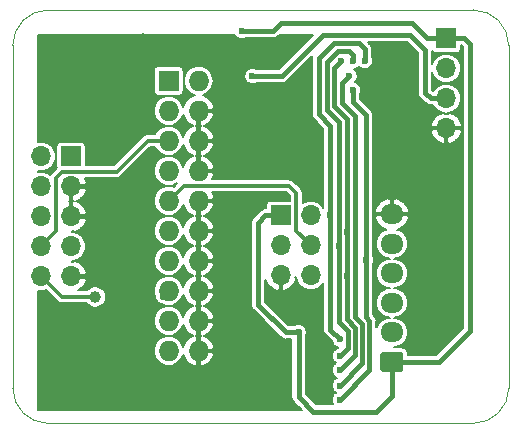
<source format=gbr>
G04 #@! TF.GenerationSoftware,KiCad,Pcbnew,5.1.4+dfsg1-1*
G04 #@! TF.CreationDate,2020-04-28T18:32:34+04:00*
G04 #@! TF.ProjectId,RailLink_Adapter,5261696c-4c69-46e6-9b5f-416461707465,rev?*
G04 #@! TF.SameCoordinates,Original*
G04 #@! TF.FileFunction,Copper,L2,Bot*
G04 #@! TF.FilePolarity,Positive*
%FSLAX46Y46*%
G04 Gerber Fmt 4.6, Leading zero omitted, Abs format (unit mm)*
G04 Created by KiCad (PCBNEW 5.1.4+dfsg1-1) date 2020-04-28 18:32:34*
%MOMM*%
%LPD*%
G04 APERTURE LIST*
%ADD10C,0.050000*%
%ADD11O,1.700000X1.700000*%
%ADD12R,1.700000X1.700000*%
%ADD13O,1.950000X1.700000*%
%ADD14C,0.100000*%
%ADD15C,1.700000*%
%ADD16O,1.727200X1.727200*%
%ADD17R,1.727200X1.727200*%
%ADD18C,0.600000*%
%ADD19C,1.000000*%
%ADD20C,0.400000*%
%ADD21C,0.300000*%
%ADD22C,0.200000*%
G04 APERTURE END LIST*
D10*
X110000000Y-58000000D02*
G75*
G02X113000000Y-55000000I3000000J0D01*
G01*
X113000000Y-90000000D02*
G75*
G02X110000000Y-87000000I0J3000000D01*
G01*
X152000000Y-87000000D02*
G75*
G02X149000000Y-90000000I-3000000J0D01*
G01*
X149000000Y-55000000D02*
G75*
G02X152000000Y-58000000I0J-3000000D01*
G01*
X110000000Y-87000000D02*
X110000000Y-58000000D01*
X149000000Y-90000000D02*
X113000000Y-90000000D01*
X152000000Y-58000000D02*
X152000000Y-87000000D01*
X113000000Y-55000000D02*
X149000000Y-55000000D01*
D11*
X112400000Y-77560000D03*
X114940000Y-77560000D03*
X112400000Y-75020000D03*
X114940000Y-75020000D03*
X112400000Y-72480000D03*
X114940000Y-72480000D03*
X112400000Y-69940000D03*
X114940000Y-69940000D03*
X112400000Y-67400000D03*
D12*
X114940000Y-67400000D03*
D11*
X135240000Y-77480000D03*
X132700000Y-77480000D03*
X135240000Y-74940000D03*
X132700000Y-74940000D03*
X135240000Y-72400000D03*
D12*
X132700000Y-72400000D03*
D13*
X142100000Y-72300000D03*
X142100000Y-74800000D03*
X142100000Y-77300000D03*
X142100000Y-79800000D03*
X142100000Y-82300000D03*
D14*
G36*
X142849504Y-83951204D02*
G01*
X142873773Y-83954804D01*
X142897571Y-83960765D01*
X142920671Y-83969030D01*
X142942849Y-83979520D01*
X142963893Y-83992133D01*
X142983598Y-84006747D01*
X143001777Y-84023223D01*
X143018253Y-84041402D01*
X143032867Y-84061107D01*
X143045480Y-84082151D01*
X143055970Y-84104329D01*
X143064235Y-84127429D01*
X143070196Y-84151227D01*
X143073796Y-84175496D01*
X143075000Y-84200000D01*
X143075000Y-85400000D01*
X143073796Y-85424504D01*
X143070196Y-85448773D01*
X143064235Y-85472571D01*
X143055970Y-85495671D01*
X143045480Y-85517849D01*
X143032867Y-85538893D01*
X143018253Y-85558598D01*
X143001777Y-85576777D01*
X142983598Y-85593253D01*
X142963893Y-85607867D01*
X142942849Y-85620480D01*
X142920671Y-85630970D01*
X142897571Y-85639235D01*
X142873773Y-85645196D01*
X142849504Y-85648796D01*
X142825000Y-85650000D01*
X141375000Y-85650000D01*
X141350496Y-85648796D01*
X141326227Y-85645196D01*
X141302429Y-85639235D01*
X141279329Y-85630970D01*
X141257151Y-85620480D01*
X141236107Y-85607867D01*
X141216402Y-85593253D01*
X141198223Y-85576777D01*
X141181747Y-85558598D01*
X141167133Y-85538893D01*
X141154520Y-85517849D01*
X141144030Y-85495671D01*
X141135765Y-85472571D01*
X141129804Y-85448773D01*
X141126204Y-85424504D01*
X141125000Y-85400000D01*
X141125000Y-84200000D01*
X141126204Y-84175496D01*
X141129804Y-84151227D01*
X141135765Y-84127429D01*
X141144030Y-84104329D01*
X141154520Y-84082151D01*
X141167133Y-84061107D01*
X141181747Y-84041402D01*
X141198223Y-84023223D01*
X141216402Y-84006747D01*
X141236107Y-83992133D01*
X141257151Y-83979520D01*
X141279329Y-83969030D01*
X141302429Y-83960765D01*
X141326227Y-83954804D01*
X141350496Y-83951204D01*
X141375000Y-83950000D01*
X142825000Y-83950000D01*
X142849504Y-83951204D01*
X142849504Y-83951204D01*
G37*
D15*
X142100000Y-84800000D03*
D11*
X146700000Y-65020000D03*
X146700000Y-62480000D03*
X146700000Y-59940000D03*
D12*
X146700000Y-57400000D03*
D16*
X125740000Y-83860000D03*
X123200000Y-83860000D03*
X125740000Y-81320000D03*
X123200000Y-81320000D03*
X125740000Y-78780000D03*
X123200000Y-78780000D03*
X125740000Y-76240000D03*
X123200000Y-76240000D03*
X125740000Y-73700000D03*
X123200000Y-73700000D03*
X125740000Y-71160000D03*
X123200000Y-71160000D03*
X125740000Y-68620000D03*
X123200000Y-68620000D03*
X125740000Y-66080000D03*
X123200000Y-66080000D03*
X125740000Y-63540000D03*
X123200000Y-63540000D03*
X125740000Y-61000000D03*
D17*
X123200000Y-61000000D03*
D18*
X137700000Y-88000000D03*
X138800000Y-61800000D03*
X139900000Y-76200000D03*
D19*
X117000000Y-79300000D03*
X113000000Y-88000000D03*
X126000000Y-88000000D03*
X130000000Y-88000000D03*
X142000000Y-66300000D03*
X142000000Y-61600000D03*
X142000000Y-59000000D03*
X129900000Y-68200000D03*
X129800000Y-65600000D03*
X129800000Y-63100000D03*
X125800000Y-57900000D03*
X129400000Y-76200000D03*
X129400000Y-73600000D03*
X129400000Y-71100000D03*
X129800000Y-84200000D03*
X145700000Y-83600000D03*
X147400000Y-70800000D03*
X147600000Y-81800000D03*
X134900000Y-80900000D03*
X117000000Y-70000000D03*
X117000000Y-72500000D03*
X117000000Y-77500000D03*
X113000000Y-82500000D03*
X117000000Y-67000000D03*
X117000000Y-63500000D03*
X113000000Y-58000000D03*
X121000000Y-77500000D03*
X121000000Y-88000000D03*
X121000000Y-82500000D03*
X121000000Y-72500000D03*
X121000000Y-70000000D03*
X121000000Y-63500000D03*
X121000000Y-57500000D03*
X121000000Y-80300000D03*
D18*
X137700000Y-86800000D03*
X138500000Y-60600000D03*
X130300000Y-60600000D03*
X137800000Y-59300000D03*
X137700000Y-85500000D03*
X138300000Y-77500000D03*
X138300000Y-73800000D03*
X137700000Y-84300000D03*
X137600000Y-75000000D03*
X138800000Y-59300000D03*
X137700000Y-82900000D03*
X136900000Y-72400000D03*
X139800000Y-59300000D03*
X129385000Y-56785000D03*
X134200000Y-82300000D03*
D20*
X137700000Y-88000000D02*
X140200010Y-85499990D01*
X140200010Y-85499990D02*
X140200010Y-81300010D01*
X140200010Y-81300010D02*
X139900000Y-81000000D01*
X139900000Y-81000000D02*
X139900000Y-76200000D01*
X138800000Y-62800000D02*
X138800000Y-61800000D01*
X139900000Y-63900000D02*
X138800000Y-62800000D01*
X122680000Y-79300000D02*
X123200000Y-78780000D01*
X139900000Y-76200000D02*
X139900000Y-63900000D01*
D21*
X114140000Y-79300000D02*
X112400000Y-77560000D01*
X117000000Y-79300000D02*
X114140000Y-79300000D01*
D20*
X139600000Y-81600000D02*
X139600000Y-84900000D01*
X137900000Y-61200000D02*
X137900000Y-62900000D01*
X138500000Y-60600000D02*
X137900000Y-61200000D01*
X137900000Y-62900000D02*
X139000000Y-64000000D01*
X139600000Y-84900000D02*
X137700000Y-86800000D01*
X139000000Y-64000000D02*
X139000000Y-81000000D01*
X139000000Y-81000000D02*
X139600000Y-81600000D01*
D21*
X121420000Y-66080000D02*
X123200000Y-66080000D01*
X118800000Y-68700000D02*
X121420000Y-66080000D01*
X118800000Y-68700000D02*
X114200000Y-68700000D01*
X114200000Y-68700000D02*
X113700000Y-69200000D01*
X113700000Y-73720000D02*
X112400000Y-75020000D01*
X113700000Y-69200000D02*
X113700000Y-73720000D01*
D20*
X132800000Y-60600000D02*
X136300000Y-57100000D01*
X136300000Y-57100000D02*
X143600000Y-57100000D01*
X145380000Y-62480000D02*
X146700000Y-62480000D01*
X130300000Y-60600000D02*
X132800000Y-60600000D01*
X143600000Y-57100000D02*
X144900000Y-58400000D01*
X144900000Y-62000000D02*
X145380000Y-62480000D01*
X144900000Y-58400000D02*
X144900000Y-62000000D01*
X137700000Y-85500000D02*
X139000000Y-84200000D01*
X139000000Y-84200000D02*
X139000000Y-81900000D01*
X139000000Y-81900000D02*
X138300000Y-81200000D01*
X138300000Y-81200000D02*
X138300000Y-77500000D01*
X138300000Y-64200000D02*
X137200000Y-63100000D01*
X137200000Y-59900000D02*
X137800000Y-59300000D01*
X137200000Y-63100000D02*
X137200000Y-59900000D01*
X138300000Y-64200000D02*
X138300000Y-73800000D01*
X138300000Y-73800000D02*
X138300000Y-77500000D01*
D21*
X123040000Y-71160000D02*
X123200000Y-71160000D01*
D20*
X137700000Y-84300000D02*
X138400000Y-83600000D01*
X138400000Y-83600000D02*
X138400000Y-82200000D01*
X138400000Y-82200000D02*
X137600000Y-81400000D01*
X137600000Y-81400000D02*
X137600000Y-75000000D01*
X138800000Y-58800000D02*
X138800000Y-59300000D01*
X138500000Y-58500000D02*
X138800000Y-58800000D01*
X137600000Y-64500000D02*
X136600000Y-63500000D01*
X137600000Y-75000000D02*
X137600000Y-64500000D01*
X136600000Y-63500000D02*
X136600000Y-59400000D01*
X136600000Y-59400000D02*
X137500000Y-58500000D01*
X137500000Y-58500000D02*
X138500000Y-58500000D01*
D21*
X123200000Y-71160000D02*
X124460000Y-69900000D01*
X124460000Y-69900000D02*
X133400000Y-69900000D01*
X133400000Y-69900000D02*
X134000000Y-70500000D01*
X134000000Y-73700000D02*
X135240000Y-74940000D01*
X134000000Y-70500000D02*
X134000000Y-73700000D01*
D20*
X136900000Y-82100000D02*
X136900000Y-72400000D01*
X137700000Y-82900000D02*
X136900000Y-82100000D01*
X139800000Y-58300000D02*
X139800000Y-59300000D01*
X136900000Y-64800000D02*
X135900000Y-63800000D01*
X139300000Y-57800000D02*
X139800000Y-58300000D01*
X136900000Y-72400000D02*
X136900000Y-64800000D01*
X135900000Y-63800000D02*
X135900000Y-59100000D01*
X135900000Y-59100000D02*
X137200000Y-57800000D01*
X137200000Y-57800000D02*
X139300000Y-57800000D01*
X145100000Y-57400000D02*
X146700000Y-57400000D01*
X143800000Y-56100000D02*
X145100000Y-57400000D01*
X132735000Y-56100000D02*
X143800000Y-56100000D01*
X129385000Y-56785000D02*
X132050000Y-56785000D01*
X132050000Y-56785000D02*
X132735000Y-56100000D01*
X146700000Y-57400000D02*
X148200000Y-57400000D01*
X148200000Y-57400000D02*
X148700000Y-57900000D01*
X148700000Y-57900000D02*
X148700000Y-82200000D01*
X146100000Y-84800000D02*
X142100000Y-84800000D01*
X148700000Y-82200000D02*
X146100000Y-84800000D01*
X131400000Y-72400000D02*
X132700000Y-72400000D01*
X130800000Y-73000000D02*
X131400000Y-72400000D01*
X130800000Y-80000000D02*
X130800000Y-73000000D01*
X134200000Y-82300000D02*
X134200000Y-87800000D01*
X140800000Y-89000000D02*
X142100000Y-87700000D01*
X134200000Y-87800000D02*
X135400000Y-89000000D01*
X135400000Y-89000000D02*
X140800000Y-89000000D01*
X134200000Y-82300000D02*
X133100000Y-82300000D01*
X142100000Y-87700000D02*
X142100000Y-84800000D01*
X133100000Y-82300000D02*
X130800000Y-80000000D01*
D22*
G36*
X124463120Y-66558534D02*
G01*
X124581012Y-66798446D01*
X124743444Y-67010749D01*
X124944173Y-67187283D01*
X125175485Y-67321265D01*
X125259746Y-67350000D01*
X125175485Y-67378735D01*
X124944173Y-67512717D01*
X124743444Y-67689251D01*
X124581012Y-67901554D01*
X124463120Y-68141466D01*
X124419211Y-68286230D01*
X124373063Y-68134101D01*
X124255729Y-67914585D01*
X124097823Y-67722177D01*
X123905415Y-67564271D01*
X123685899Y-67446937D01*
X123447709Y-67374683D01*
X123262077Y-67356400D01*
X123137923Y-67356400D01*
X122952291Y-67374683D01*
X122714101Y-67446937D01*
X122494585Y-67564271D01*
X122302177Y-67722177D01*
X122144271Y-67914585D01*
X122026937Y-68134101D01*
X121954683Y-68372291D01*
X121930286Y-68620000D01*
X121954683Y-68867709D01*
X122026937Y-69105899D01*
X122144271Y-69325415D01*
X122302177Y-69517823D01*
X122494585Y-69675729D01*
X122714101Y-69793063D01*
X122952291Y-69865317D01*
X123137923Y-69883600D01*
X123262077Y-69883600D01*
X123447709Y-69865317D01*
X123685899Y-69793063D01*
X123905415Y-69675729D01*
X123911204Y-69670978D01*
X123616344Y-69965838D01*
X123447709Y-69914683D01*
X123262077Y-69896400D01*
X123137923Y-69896400D01*
X122952291Y-69914683D01*
X122714101Y-69986937D01*
X122494585Y-70104271D01*
X122302177Y-70262177D01*
X122144271Y-70454585D01*
X122026937Y-70674101D01*
X121954683Y-70912291D01*
X121930286Y-71160000D01*
X121954683Y-71407709D01*
X122026937Y-71645899D01*
X122144271Y-71865415D01*
X122302177Y-72057823D01*
X122494585Y-72215729D01*
X122714101Y-72333063D01*
X122952291Y-72405317D01*
X123137923Y-72423600D01*
X123262077Y-72423600D01*
X123447709Y-72405317D01*
X123685899Y-72333063D01*
X123905415Y-72215729D01*
X124097823Y-72057823D01*
X124255729Y-71865415D01*
X124373063Y-71645899D01*
X124419211Y-71493770D01*
X124463120Y-71638534D01*
X124581012Y-71878446D01*
X124743444Y-72090749D01*
X124944173Y-72267283D01*
X125175485Y-72401265D01*
X125259746Y-72430000D01*
X125175485Y-72458735D01*
X124944173Y-72592717D01*
X124743444Y-72769251D01*
X124581012Y-72981554D01*
X124463120Y-73221466D01*
X124419211Y-73366230D01*
X124373063Y-73214101D01*
X124255729Y-72994585D01*
X124097823Y-72802177D01*
X123905415Y-72644271D01*
X123685899Y-72526937D01*
X123447709Y-72454683D01*
X123262077Y-72436400D01*
X123137923Y-72436400D01*
X122952291Y-72454683D01*
X122714101Y-72526937D01*
X122494585Y-72644271D01*
X122302177Y-72802177D01*
X122144271Y-72994585D01*
X122026937Y-73214101D01*
X121954683Y-73452291D01*
X121930286Y-73700000D01*
X121954683Y-73947709D01*
X122026937Y-74185899D01*
X122144271Y-74405415D01*
X122302177Y-74597823D01*
X122494585Y-74755729D01*
X122714101Y-74873063D01*
X122952291Y-74945317D01*
X123137923Y-74963600D01*
X123262077Y-74963600D01*
X123447709Y-74945317D01*
X123685899Y-74873063D01*
X123905415Y-74755729D01*
X124097823Y-74597823D01*
X124255729Y-74405415D01*
X124373063Y-74185899D01*
X124419211Y-74033770D01*
X124463120Y-74178534D01*
X124581012Y-74418446D01*
X124743444Y-74630749D01*
X124944173Y-74807283D01*
X125175485Y-74941265D01*
X125259746Y-74970000D01*
X125175485Y-74998735D01*
X124944173Y-75132717D01*
X124743444Y-75309251D01*
X124581012Y-75521554D01*
X124463120Y-75761466D01*
X124419211Y-75906230D01*
X124373063Y-75754101D01*
X124255729Y-75534585D01*
X124097823Y-75342177D01*
X123905415Y-75184271D01*
X123685899Y-75066937D01*
X123447709Y-74994683D01*
X123262077Y-74976400D01*
X123137923Y-74976400D01*
X122952291Y-74994683D01*
X122714101Y-75066937D01*
X122494585Y-75184271D01*
X122302177Y-75342177D01*
X122144271Y-75534585D01*
X122026937Y-75754101D01*
X121954683Y-75992291D01*
X121930286Y-76240000D01*
X121954683Y-76487709D01*
X122026937Y-76725899D01*
X122144271Y-76945415D01*
X122302177Y-77137823D01*
X122494585Y-77295729D01*
X122714101Y-77413063D01*
X122952291Y-77485317D01*
X123137923Y-77503600D01*
X123262077Y-77503600D01*
X123447709Y-77485317D01*
X123685899Y-77413063D01*
X123905415Y-77295729D01*
X124097823Y-77137823D01*
X124255729Y-76945415D01*
X124373063Y-76725899D01*
X124419211Y-76573770D01*
X124463120Y-76718534D01*
X124581012Y-76958446D01*
X124743444Y-77170749D01*
X124944173Y-77347283D01*
X125175485Y-77481265D01*
X125259746Y-77510000D01*
X125175485Y-77538735D01*
X124944173Y-77672717D01*
X124743444Y-77849251D01*
X124581012Y-78061554D01*
X124463120Y-78301466D01*
X124419211Y-78446230D01*
X124373063Y-78294101D01*
X124255729Y-78074585D01*
X124097823Y-77882177D01*
X123905415Y-77724271D01*
X123685899Y-77606937D01*
X123447709Y-77534683D01*
X123262077Y-77516400D01*
X123137923Y-77516400D01*
X122952291Y-77534683D01*
X122714101Y-77606937D01*
X122494585Y-77724271D01*
X122302177Y-77882177D01*
X122144271Y-78074585D01*
X122026937Y-78294101D01*
X121954683Y-78532291D01*
X121930286Y-78780000D01*
X121954683Y-79027709D01*
X122026937Y-79265899D01*
X122084310Y-79373237D01*
X122088682Y-79417620D01*
X122122991Y-79530721D01*
X122178705Y-79634954D01*
X122253684Y-79726316D01*
X122345046Y-79801295D01*
X122449279Y-79857009D01*
X122562380Y-79891318D01*
X122606763Y-79895690D01*
X122714101Y-79953063D01*
X122952291Y-80025317D01*
X123137923Y-80043600D01*
X123262077Y-80043600D01*
X123447709Y-80025317D01*
X123685899Y-79953063D01*
X123905415Y-79835729D01*
X124097823Y-79677823D01*
X124255729Y-79485415D01*
X124373063Y-79265899D01*
X124419211Y-79113770D01*
X124463120Y-79258534D01*
X124581012Y-79498446D01*
X124743444Y-79710749D01*
X124944173Y-79887283D01*
X125175485Y-80021265D01*
X125259746Y-80050000D01*
X125175485Y-80078735D01*
X124944173Y-80212717D01*
X124743444Y-80389251D01*
X124581012Y-80601554D01*
X124463120Y-80841466D01*
X124419211Y-80986230D01*
X124373063Y-80834101D01*
X124255729Y-80614585D01*
X124097823Y-80422177D01*
X123905415Y-80264271D01*
X123685899Y-80146937D01*
X123447709Y-80074683D01*
X123262077Y-80056400D01*
X123137923Y-80056400D01*
X122952291Y-80074683D01*
X122714101Y-80146937D01*
X122494585Y-80264271D01*
X122302177Y-80422177D01*
X122144271Y-80614585D01*
X122026937Y-80834101D01*
X121954683Y-81072291D01*
X121930286Y-81320000D01*
X121954683Y-81567709D01*
X122026937Y-81805899D01*
X122144271Y-82025415D01*
X122302177Y-82217823D01*
X122494585Y-82375729D01*
X122714101Y-82493063D01*
X122952291Y-82565317D01*
X123137923Y-82583600D01*
X123262077Y-82583600D01*
X123447709Y-82565317D01*
X123685899Y-82493063D01*
X123905415Y-82375729D01*
X124097823Y-82217823D01*
X124255729Y-82025415D01*
X124373063Y-81805899D01*
X124419211Y-81653770D01*
X124463120Y-81798534D01*
X124581012Y-82038446D01*
X124743444Y-82250749D01*
X124944173Y-82427283D01*
X125175485Y-82561265D01*
X125259746Y-82590000D01*
X125175485Y-82618735D01*
X124944173Y-82752717D01*
X124743444Y-82929251D01*
X124581012Y-83141554D01*
X124463120Y-83381466D01*
X124419211Y-83526230D01*
X124373063Y-83374101D01*
X124255729Y-83154585D01*
X124097823Y-82962177D01*
X123905415Y-82804271D01*
X123685899Y-82686937D01*
X123447709Y-82614683D01*
X123262077Y-82596400D01*
X123137923Y-82596400D01*
X122952291Y-82614683D01*
X122714101Y-82686937D01*
X122494585Y-82804271D01*
X122302177Y-82962177D01*
X122144271Y-83154585D01*
X122026937Y-83374101D01*
X121954683Y-83612291D01*
X121930286Y-83860000D01*
X121954683Y-84107709D01*
X122026937Y-84345899D01*
X122144271Y-84565415D01*
X122302177Y-84757823D01*
X122494585Y-84915729D01*
X122714101Y-85033063D01*
X122952291Y-85105317D01*
X123137923Y-85123600D01*
X123262077Y-85123600D01*
X123447709Y-85105317D01*
X123685899Y-85033063D01*
X123905415Y-84915729D01*
X124097823Y-84757823D01*
X124255729Y-84565415D01*
X124373063Y-84345899D01*
X124419211Y-84193770D01*
X124463120Y-84338534D01*
X124581012Y-84578446D01*
X124743444Y-84790749D01*
X124944173Y-84967283D01*
X125175485Y-85101265D01*
X125428491Y-85187546D01*
X125640000Y-85094932D01*
X125640000Y-83960000D01*
X125840000Y-83960000D01*
X125840000Y-85094932D01*
X126051509Y-85187546D01*
X126304515Y-85101265D01*
X126535827Y-84967283D01*
X126736556Y-84790749D01*
X126898988Y-84578446D01*
X127016880Y-84338534D01*
X127067542Y-84171508D01*
X126974557Y-83960000D01*
X125840000Y-83960000D01*
X125640000Y-83960000D01*
X125620000Y-83960000D01*
X125620000Y-83760000D01*
X125640000Y-83760000D01*
X125640000Y-82625068D01*
X125559913Y-82590000D01*
X125640000Y-82554932D01*
X125640000Y-81420000D01*
X125840000Y-81420000D01*
X125840000Y-82554932D01*
X125920087Y-82590000D01*
X125840000Y-82625068D01*
X125840000Y-83760000D01*
X126974557Y-83760000D01*
X127067542Y-83548492D01*
X127016880Y-83381466D01*
X126898988Y-83141554D01*
X126736556Y-82929251D01*
X126535827Y-82752717D01*
X126304515Y-82618735D01*
X126220254Y-82590000D01*
X126304515Y-82561265D01*
X126535827Y-82427283D01*
X126736556Y-82250749D01*
X126898988Y-82038446D01*
X127016880Y-81798534D01*
X127067542Y-81631508D01*
X126974557Y-81420000D01*
X125840000Y-81420000D01*
X125640000Y-81420000D01*
X125620000Y-81420000D01*
X125620000Y-81220000D01*
X125640000Y-81220000D01*
X125640000Y-80085068D01*
X125559913Y-80050000D01*
X125640000Y-80014932D01*
X125640000Y-78880000D01*
X125840000Y-78880000D01*
X125840000Y-80014932D01*
X125920087Y-80050000D01*
X125840000Y-80085068D01*
X125840000Y-81220000D01*
X126974557Y-81220000D01*
X127067542Y-81008492D01*
X127016880Y-80841466D01*
X126898988Y-80601554D01*
X126736556Y-80389251D01*
X126535827Y-80212717D01*
X126304515Y-80078735D01*
X126220254Y-80050000D01*
X126304515Y-80021265D01*
X126535827Y-79887283D01*
X126736556Y-79710749D01*
X126898988Y-79498446D01*
X127016880Y-79258534D01*
X127067542Y-79091508D01*
X126974557Y-78880000D01*
X125840000Y-78880000D01*
X125640000Y-78880000D01*
X125620000Y-78880000D01*
X125620000Y-78680000D01*
X125640000Y-78680000D01*
X125640000Y-77545068D01*
X125559913Y-77510000D01*
X125640000Y-77474932D01*
X125640000Y-76340000D01*
X125840000Y-76340000D01*
X125840000Y-77474932D01*
X125920087Y-77510000D01*
X125840000Y-77545068D01*
X125840000Y-78680000D01*
X126974557Y-78680000D01*
X127067542Y-78468492D01*
X127016880Y-78301466D01*
X126898988Y-78061554D01*
X126736556Y-77849251D01*
X126535827Y-77672717D01*
X126304515Y-77538735D01*
X126220254Y-77510000D01*
X126304515Y-77481265D01*
X126535827Y-77347283D01*
X126736556Y-77170749D01*
X126898988Y-76958446D01*
X127016880Y-76718534D01*
X127067542Y-76551508D01*
X126974557Y-76340000D01*
X125840000Y-76340000D01*
X125640000Y-76340000D01*
X125620000Y-76340000D01*
X125620000Y-76140000D01*
X125640000Y-76140000D01*
X125640000Y-75005068D01*
X125559913Y-74970000D01*
X125640000Y-74934932D01*
X125640000Y-73800000D01*
X125840000Y-73800000D01*
X125840000Y-74934932D01*
X125920087Y-74970000D01*
X125840000Y-75005068D01*
X125840000Y-76140000D01*
X126974557Y-76140000D01*
X127067542Y-75928492D01*
X127016880Y-75761466D01*
X126898988Y-75521554D01*
X126736556Y-75309251D01*
X126535827Y-75132717D01*
X126304515Y-74998735D01*
X126220254Y-74970000D01*
X126304515Y-74941265D01*
X126535827Y-74807283D01*
X126736556Y-74630749D01*
X126898988Y-74418446D01*
X127016880Y-74178534D01*
X127067542Y-74011508D01*
X126974557Y-73800000D01*
X125840000Y-73800000D01*
X125640000Y-73800000D01*
X125620000Y-73800000D01*
X125620000Y-73600000D01*
X125640000Y-73600000D01*
X125640000Y-72465068D01*
X125559913Y-72430000D01*
X125640000Y-72394932D01*
X125640000Y-71260000D01*
X125840000Y-71260000D01*
X125840000Y-72394932D01*
X125920087Y-72430000D01*
X125840000Y-72465068D01*
X125840000Y-73600000D01*
X126974557Y-73600000D01*
X127067542Y-73388492D01*
X127016880Y-73221466D01*
X126898988Y-72981554D01*
X126736556Y-72769251D01*
X126535827Y-72592717D01*
X126304515Y-72458735D01*
X126220254Y-72430000D01*
X126304515Y-72401265D01*
X126535827Y-72267283D01*
X126736556Y-72090749D01*
X126898988Y-71878446D01*
X127016880Y-71638534D01*
X127067542Y-71471508D01*
X126974557Y-71260000D01*
X125840000Y-71260000D01*
X125640000Y-71260000D01*
X125620000Y-71260000D01*
X125620000Y-71060000D01*
X125640000Y-71060000D01*
X125640000Y-71040000D01*
X125840000Y-71040000D01*
X125840000Y-71060000D01*
X126974557Y-71060000D01*
X127067542Y-70848492D01*
X127016880Y-70681466D01*
X126903138Y-70450000D01*
X133172183Y-70450000D01*
X133450000Y-70727818D01*
X133450000Y-71148065D01*
X131850000Y-71148065D01*
X131771586Y-71155788D01*
X131696186Y-71178660D01*
X131626697Y-71215803D01*
X131565789Y-71265789D01*
X131515803Y-71326697D01*
X131478660Y-71396186D01*
X131455788Y-71471586D01*
X131448065Y-71550000D01*
X131448065Y-71800000D01*
X131429473Y-71800000D01*
X131399999Y-71797097D01*
X131282379Y-71808682D01*
X131169279Y-71842990D01*
X131065045Y-71898704D01*
X130973683Y-71973683D01*
X130954891Y-71996581D01*
X130396581Y-72554892D01*
X130373684Y-72573683D01*
X130298705Y-72665045D01*
X130243006Y-72769251D01*
X130242991Y-72769279D01*
X130208682Y-72882380D01*
X130197097Y-73000000D01*
X130200001Y-73029484D01*
X130200000Y-79970526D01*
X130197097Y-80000000D01*
X130200000Y-80029473D01*
X130208682Y-80117620D01*
X130242990Y-80230720D01*
X130298704Y-80334954D01*
X130373683Y-80426317D01*
X130396586Y-80445113D01*
X132654891Y-82703419D01*
X132673683Y-82726317D01*
X132765045Y-82801296D01*
X132869279Y-82857010D01*
X132982379Y-82891318D01*
X133099999Y-82902903D01*
X133129473Y-82900000D01*
X133600000Y-82900000D01*
X133600001Y-87770516D01*
X133597097Y-87800000D01*
X133608682Y-87917620D01*
X133627146Y-87978486D01*
X133642991Y-88030721D01*
X133698705Y-88134955D01*
X133773684Y-88226317D01*
X133796581Y-88245109D01*
X134451472Y-88900000D01*
X112100000Y-88900000D01*
X112100000Y-78775242D01*
X112154957Y-78791913D01*
X112338595Y-78810000D01*
X112461405Y-78810000D01*
X112645043Y-78791913D01*
X112805440Y-78743257D01*
X113731987Y-79669804D01*
X113749210Y-79690790D01*
X113832958Y-79759521D01*
X113928506Y-79810592D01*
X114032181Y-79842042D01*
X114112982Y-79850000D01*
X114112989Y-79850000D01*
X114140000Y-79852660D01*
X114167011Y-79850000D01*
X116285077Y-79850000D01*
X116300924Y-79873717D01*
X116426283Y-79999076D01*
X116573690Y-80097570D01*
X116737480Y-80165414D01*
X116911358Y-80200000D01*
X117088642Y-80200000D01*
X117262520Y-80165414D01*
X117426310Y-80097570D01*
X117573717Y-79999076D01*
X117699076Y-79873717D01*
X117797570Y-79726310D01*
X117865414Y-79562520D01*
X117900000Y-79388642D01*
X117900000Y-79211358D01*
X117865414Y-79037480D01*
X117797570Y-78873690D01*
X117699076Y-78726283D01*
X117573717Y-78600924D01*
X117426310Y-78502430D01*
X117262520Y-78434586D01*
X117088642Y-78400000D01*
X116911358Y-78400000D01*
X116737480Y-78434586D01*
X116573690Y-78502430D01*
X116426283Y-78600924D01*
X116300924Y-78726283D01*
X116285077Y-78750000D01*
X115566098Y-78750000D01*
X115728701Y-78655655D01*
X115927298Y-78480734D01*
X116087954Y-78270430D01*
X116204494Y-78032825D01*
X116254072Y-77869375D01*
X116160912Y-77660000D01*
X115040000Y-77660000D01*
X115040000Y-77680000D01*
X114840000Y-77680000D01*
X114840000Y-77660000D01*
X114820000Y-77660000D01*
X114820000Y-77460000D01*
X114840000Y-77460000D01*
X114840000Y-77440000D01*
X115040000Y-77440000D01*
X115040000Y-77460000D01*
X116160912Y-77460000D01*
X116254072Y-77250625D01*
X116204494Y-77087175D01*
X116087954Y-76849570D01*
X115927298Y-76639266D01*
X115728701Y-76464345D01*
X115499795Y-76331530D01*
X115249376Y-76245924D01*
X115040002Y-76338704D01*
X115040002Y-76266198D01*
X115185043Y-76251913D01*
X115420669Y-76180437D01*
X115637823Y-76064366D01*
X115828160Y-75908160D01*
X115984366Y-75717823D01*
X116100437Y-75500669D01*
X116171913Y-75265043D01*
X116196048Y-75020000D01*
X116171913Y-74774957D01*
X116100437Y-74539331D01*
X115984366Y-74322177D01*
X115828160Y-74131840D01*
X115637823Y-73975634D01*
X115420669Y-73859563D01*
X115185043Y-73788087D01*
X115040002Y-73773802D01*
X115040002Y-73701296D01*
X115249376Y-73794076D01*
X115499795Y-73708470D01*
X115728701Y-73575655D01*
X115927298Y-73400734D01*
X116087954Y-73190430D01*
X116204494Y-72952825D01*
X116254072Y-72789375D01*
X116160912Y-72580000D01*
X115040000Y-72580000D01*
X115040000Y-72600000D01*
X114840000Y-72600000D01*
X114840000Y-72580000D01*
X114820000Y-72580000D01*
X114820000Y-72380000D01*
X114840000Y-72380000D01*
X114840000Y-71258705D01*
X114730089Y-71210000D01*
X114840000Y-71161295D01*
X114840000Y-70040000D01*
X115040000Y-70040000D01*
X115040000Y-71161295D01*
X115149911Y-71210000D01*
X115040000Y-71258705D01*
X115040000Y-72380000D01*
X116160912Y-72380000D01*
X116254072Y-72170625D01*
X116204494Y-72007175D01*
X116087954Y-71769570D01*
X115927298Y-71559266D01*
X115728701Y-71384345D01*
X115499795Y-71251530D01*
X115378309Y-71210000D01*
X115499795Y-71168470D01*
X115728701Y-71035655D01*
X115927298Y-70860734D01*
X116087954Y-70650430D01*
X116204494Y-70412825D01*
X116254072Y-70249375D01*
X116160912Y-70040000D01*
X115040000Y-70040000D01*
X114840000Y-70040000D01*
X114820000Y-70040000D01*
X114820000Y-69840000D01*
X114840000Y-69840000D01*
X114840000Y-69820000D01*
X115040000Y-69820000D01*
X115040000Y-69840000D01*
X116160912Y-69840000D01*
X116254072Y-69630625D01*
X116204494Y-69467175D01*
X116097974Y-69250000D01*
X118772992Y-69250000D01*
X118800000Y-69252660D01*
X118827008Y-69250000D01*
X118827018Y-69250000D01*
X118907819Y-69242042D01*
X119011494Y-69210592D01*
X119107042Y-69159521D01*
X119190790Y-69090790D01*
X119208013Y-69069804D01*
X121647817Y-66630000D01*
X122061200Y-66630000D01*
X122144271Y-66785415D01*
X122302177Y-66977823D01*
X122494585Y-67135729D01*
X122714101Y-67253063D01*
X122952291Y-67325317D01*
X123137923Y-67343600D01*
X123262077Y-67343600D01*
X123447709Y-67325317D01*
X123685899Y-67253063D01*
X123905415Y-67135729D01*
X124097823Y-66977823D01*
X124255729Y-66785415D01*
X124373063Y-66565899D01*
X124419211Y-66413770D01*
X124463120Y-66558534D01*
X124463120Y-66558534D01*
G37*
X124463120Y-66558534D02*
X124581012Y-66798446D01*
X124743444Y-67010749D01*
X124944173Y-67187283D01*
X125175485Y-67321265D01*
X125259746Y-67350000D01*
X125175485Y-67378735D01*
X124944173Y-67512717D01*
X124743444Y-67689251D01*
X124581012Y-67901554D01*
X124463120Y-68141466D01*
X124419211Y-68286230D01*
X124373063Y-68134101D01*
X124255729Y-67914585D01*
X124097823Y-67722177D01*
X123905415Y-67564271D01*
X123685899Y-67446937D01*
X123447709Y-67374683D01*
X123262077Y-67356400D01*
X123137923Y-67356400D01*
X122952291Y-67374683D01*
X122714101Y-67446937D01*
X122494585Y-67564271D01*
X122302177Y-67722177D01*
X122144271Y-67914585D01*
X122026937Y-68134101D01*
X121954683Y-68372291D01*
X121930286Y-68620000D01*
X121954683Y-68867709D01*
X122026937Y-69105899D01*
X122144271Y-69325415D01*
X122302177Y-69517823D01*
X122494585Y-69675729D01*
X122714101Y-69793063D01*
X122952291Y-69865317D01*
X123137923Y-69883600D01*
X123262077Y-69883600D01*
X123447709Y-69865317D01*
X123685899Y-69793063D01*
X123905415Y-69675729D01*
X123911204Y-69670978D01*
X123616344Y-69965838D01*
X123447709Y-69914683D01*
X123262077Y-69896400D01*
X123137923Y-69896400D01*
X122952291Y-69914683D01*
X122714101Y-69986937D01*
X122494585Y-70104271D01*
X122302177Y-70262177D01*
X122144271Y-70454585D01*
X122026937Y-70674101D01*
X121954683Y-70912291D01*
X121930286Y-71160000D01*
X121954683Y-71407709D01*
X122026937Y-71645899D01*
X122144271Y-71865415D01*
X122302177Y-72057823D01*
X122494585Y-72215729D01*
X122714101Y-72333063D01*
X122952291Y-72405317D01*
X123137923Y-72423600D01*
X123262077Y-72423600D01*
X123447709Y-72405317D01*
X123685899Y-72333063D01*
X123905415Y-72215729D01*
X124097823Y-72057823D01*
X124255729Y-71865415D01*
X124373063Y-71645899D01*
X124419211Y-71493770D01*
X124463120Y-71638534D01*
X124581012Y-71878446D01*
X124743444Y-72090749D01*
X124944173Y-72267283D01*
X125175485Y-72401265D01*
X125259746Y-72430000D01*
X125175485Y-72458735D01*
X124944173Y-72592717D01*
X124743444Y-72769251D01*
X124581012Y-72981554D01*
X124463120Y-73221466D01*
X124419211Y-73366230D01*
X124373063Y-73214101D01*
X124255729Y-72994585D01*
X124097823Y-72802177D01*
X123905415Y-72644271D01*
X123685899Y-72526937D01*
X123447709Y-72454683D01*
X123262077Y-72436400D01*
X123137923Y-72436400D01*
X122952291Y-72454683D01*
X122714101Y-72526937D01*
X122494585Y-72644271D01*
X122302177Y-72802177D01*
X122144271Y-72994585D01*
X122026937Y-73214101D01*
X121954683Y-73452291D01*
X121930286Y-73700000D01*
X121954683Y-73947709D01*
X122026937Y-74185899D01*
X122144271Y-74405415D01*
X122302177Y-74597823D01*
X122494585Y-74755729D01*
X122714101Y-74873063D01*
X122952291Y-74945317D01*
X123137923Y-74963600D01*
X123262077Y-74963600D01*
X123447709Y-74945317D01*
X123685899Y-74873063D01*
X123905415Y-74755729D01*
X124097823Y-74597823D01*
X124255729Y-74405415D01*
X124373063Y-74185899D01*
X124419211Y-74033770D01*
X124463120Y-74178534D01*
X124581012Y-74418446D01*
X124743444Y-74630749D01*
X124944173Y-74807283D01*
X125175485Y-74941265D01*
X125259746Y-74970000D01*
X125175485Y-74998735D01*
X124944173Y-75132717D01*
X124743444Y-75309251D01*
X124581012Y-75521554D01*
X124463120Y-75761466D01*
X124419211Y-75906230D01*
X124373063Y-75754101D01*
X124255729Y-75534585D01*
X124097823Y-75342177D01*
X123905415Y-75184271D01*
X123685899Y-75066937D01*
X123447709Y-74994683D01*
X123262077Y-74976400D01*
X123137923Y-74976400D01*
X122952291Y-74994683D01*
X122714101Y-75066937D01*
X122494585Y-75184271D01*
X122302177Y-75342177D01*
X122144271Y-75534585D01*
X122026937Y-75754101D01*
X121954683Y-75992291D01*
X121930286Y-76240000D01*
X121954683Y-76487709D01*
X122026937Y-76725899D01*
X122144271Y-76945415D01*
X122302177Y-77137823D01*
X122494585Y-77295729D01*
X122714101Y-77413063D01*
X122952291Y-77485317D01*
X123137923Y-77503600D01*
X123262077Y-77503600D01*
X123447709Y-77485317D01*
X123685899Y-77413063D01*
X123905415Y-77295729D01*
X124097823Y-77137823D01*
X124255729Y-76945415D01*
X124373063Y-76725899D01*
X124419211Y-76573770D01*
X124463120Y-76718534D01*
X124581012Y-76958446D01*
X124743444Y-77170749D01*
X124944173Y-77347283D01*
X125175485Y-77481265D01*
X125259746Y-77510000D01*
X125175485Y-77538735D01*
X124944173Y-77672717D01*
X124743444Y-77849251D01*
X124581012Y-78061554D01*
X124463120Y-78301466D01*
X124419211Y-78446230D01*
X124373063Y-78294101D01*
X124255729Y-78074585D01*
X124097823Y-77882177D01*
X123905415Y-77724271D01*
X123685899Y-77606937D01*
X123447709Y-77534683D01*
X123262077Y-77516400D01*
X123137923Y-77516400D01*
X122952291Y-77534683D01*
X122714101Y-77606937D01*
X122494585Y-77724271D01*
X122302177Y-77882177D01*
X122144271Y-78074585D01*
X122026937Y-78294101D01*
X121954683Y-78532291D01*
X121930286Y-78780000D01*
X121954683Y-79027709D01*
X122026937Y-79265899D01*
X122084310Y-79373237D01*
X122088682Y-79417620D01*
X122122991Y-79530721D01*
X122178705Y-79634954D01*
X122253684Y-79726316D01*
X122345046Y-79801295D01*
X122449279Y-79857009D01*
X122562380Y-79891318D01*
X122606763Y-79895690D01*
X122714101Y-79953063D01*
X122952291Y-80025317D01*
X123137923Y-80043600D01*
X123262077Y-80043600D01*
X123447709Y-80025317D01*
X123685899Y-79953063D01*
X123905415Y-79835729D01*
X124097823Y-79677823D01*
X124255729Y-79485415D01*
X124373063Y-79265899D01*
X124419211Y-79113770D01*
X124463120Y-79258534D01*
X124581012Y-79498446D01*
X124743444Y-79710749D01*
X124944173Y-79887283D01*
X125175485Y-80021265D01*
X125259746Y-80050000D01*
X125175485Y-80078735D01*
X124944173Y-80212717D01*
X124743444Y-80389251D01*
X124581012Y-80601554D01*
X124463120Y-80841466D01*
X124419211Y-80986230D01*
X124373063Y-80834101D01*
X124255729Y-80614585D01*
X124097823Y-80422177D01*
X123905415Y-80264271D01*
X123685899Y-80146937D01*
X123447709Y-80074683D01*
X123262077Y-80056400D01*
X123137923Y-80056400D01*
X122952291Y-80074683D01*
X122714101Y-80146937D01*
X122494585Y-80264271D01*
X122302177Y-80422177D01*
X122144271Y-80614585D01*
X122026937Y-80834101D01*
X121954683Y-81072291D01*
X121930286Y-81320000D01*
X121954683Y-81567709D01*
X122026937Y-81805899D01*
X122144271Y-82025415D01*
X122302177Y-82217823D01*
X122494585Y-82375729D01*
X122714101Y-82493063D01*
X122952291Y-82565317D01*
X123137923Y-82583600D01*
X123262077Y-82583600D01*
X123447709Y-82565317D01*
X123685899Y-82493063D01*
X123905415Y-82375729D01*
X124097823Y-82217823D01*
X124255729Y-82025415D01*
X124373063Y-81805899D01*
X124419211Y-81653770D01*
X124463120Y-81798534D01*
X124581012Y-82038446D01*
X124743444Y-82250749D01*
X124944173Y-82427283D01*
X125175485Y-82561265D01*
X125259746Y-82590000D01*
X125175485Y-82618735D01*
X124944173Y-82752717D01*
X124743444Y-82929251D01*
X124581012Y-83141554D01*
X124463120Y-83381466D01*
X124419211Y-83526230D01*
X124373063Y-83374101D01*
X124255729Y-83154585D01*
X124097823Y-82962177D01*
X123905415Y-82804271D01*
X123685899Y-82686937D01*
X123447709Y-82614683D01*
X123262077Y-82596400D01*
X123137923Y-82596400D01*
X122952291Y-82614683D01*
X122714101Y-82686937D01*
X122494585Y-82804271D01*
X122302177Y-82962177D01*
X122144271Y-83154585D01*
X122026937Y-83374101D01*
X121954683Y-83612291D01*
X121930286Y-83860000D01*
X121954683Y-84107709D01*
X122026937Y-84345899D01*
X122144271Y-84565415D01*
X122302177Y-84757823D01*
X122494585Y-84915729D01*
X122714101Y-85033063D01*
X122952291Y-85105317D01*
X123137923Y-85123600D01*
X123262077Y-85123600D01*
X123447709Y-85105317D01*
X123685899Y-85033063D01*
X123905415Y-84915729D01*
X124097823Y-84757823D01*
X124255729Y-84565415D01*
X124373063Y-84345899D01*
X124419211Y-84193770D01*
X124463120Y-84338534D01*
X124581012Y-84578446D01*
X124743444Y-84790749D01*
X124944173Y-84967283D01*
X125175485Y-85101265D01*
X125428491Y-85187546D01*
X125640000Y-85094932D01*
X125640000Y-83960000D01*
X125840000Y-83960000D01*
X125840000Y-85094932D01*
X126051509Y-85187546D01*
X126304515Y-85101265D01*
X126535827Y-84967283D01*
X126736556Y-84790749D01*
X126898988Y-84578446D01*
X127016880Y-84338534D01*
X127067542Y-84171508D01*
X126974557Y-83960000D01*
X125840000Y-83960000D01*
X125640000Y-83960000D01*
X125620000Y-83960000D01*
X125620000Y-83760000D01*
X125640000Y-83760000D01*
X125640000Y-82625068D01*
X125559913Y-82590000D01*
X125640000Y-82554932D01*
X125640000Y-81420000D01*
X125840000Y-81420000D01*
X125840000Y-82554932D01*
X125920087Y-82590000D01*
X125840000Y-82625068D01*
X125840000Y-83760000D01*
X126974557Y-83760000D01*
X127067542Y-83548492D01*
X127016880Y-83381466D01*
X126898988Y-83141554D01*
X126736556Y-82929251D01*
X126535827Y-82752717D01*
X126304515Y-82618735D01*
X126220254Y-82590000D01*
X126304515Y-82561265D01*
X126535827Y-82427283D01*
X126736556Y-82250749D01*
X126898988Y-82038446D01*
X127016880Y-81798534D01*
X127067542Y-81631508D01*
X126974557Y-81420000D01*
X125840000Y-81420000D01*
X125640000Y-81420000D01*
X125620000Y-81420000D01*
X125620000Y-81220000D01*
X125640000Y-81220000D01*
X125640000Y-80085068D01*
X125559913Y-80050000D01*
X125640000Y-80014932D01*
X125640000Y-78880000D01*
X125840000Y-78880000D01*
X125840000Y-80014932D01*
X125920087Y-80050000D01*
X125840000Y-80085068D01*
X125840000Y-81220000D01*
X126974557Y-81220000D01*
X127067542Y-81008492D01*
X127016880Y-80841466D01*
X126898988Y-80601554D01*
X126736556Y-80389251D01*
X126535827Y-80212717D01*
X126304515Y-80078735D01*
X126220254Y-80050000D01*
X126304515Y-80021265D01*
X126535827Y-79887283D01*
X126736556Y-79710749D01*
X126898988Y-79498446D01*
X127016880Y-79258534D01*
X127067542Y-79091508D01*
X126974557Y-78880000D01*
X125840000Y-78880000D01*
X125640000Y-78880000D01*
X125620000Y-78880000D01*
X125620000Y-78680000D01*
X125640000Y-78680000D01*
X125640000Y-77545068D01*
X125559913Y-77510000D01*
X125640000Y-77474932D01*
X125640000Y-76340000D01*
X125840000Y-76340000D01*
X125840000Y-77474932D01*
X125920087Y-77510000D01*
X125840000Y-77545068D01*
X125840000Y-78680000D01*
X126974557Y-78680000D01*
X127067542Y-78468492D01*
X127016880Y-78301466D01*
X126898988Y-78061554D01*
X126736556Y-77849251D01*
X126535827Y-77672717D01*
X126304515Y-77538735D01*
X126220254Y-77510000D01*
X126304515Y-77481265D01*
X126535827Y-77347283D01*
X126736556Y-77170749D01*
X126898988Y-76958446D01*
X127016880Y-76718534D01*
X127067542Y-76551508D01*
X126974557Y-76340000D01*
X125840000Y-76340000D01*
X125640000Y-76340000D01*
X125620000Y-76340000D01*
X125620000Y-76140000D01*
X125640000Y-76140000D01*
X125640000Y-75005068D01*
X125559913Y-74970000D01*
X125640000Y-74934932D01*
X125640000Y-73800000D01*
X125840000Y-73800000D01*
X125840000Y-74934932D01*
X125920087Y-74970000D01*
X125840000Y-75005068D01*
X125840000Y-76140000D01*
X126974557Y-76140000D01*
X127067542Y-75928492D01*
X127016880Y-75761466D01*
X126898988Y-75521554D01*
X126736556Y-75309251D01*
X126535827Y-75132717D01*
X126304515Y-74998735D01*
X126220254Y-74970000D01*
X126304515Y-74941265D01*
X126535827Y-74807283D01*
X126736556Y-74630749D01*
X126898988Y-74418446D01*
X127016880Y-74178534D01*
X127067542Y-74011508D01*
X126974557Y-73800000D01*
X125840000Y-73800000D01*
X125640000Y-73800000D01*
X125620000Y-73800000D01*
X125620000Y-73600000D01*
X125640000Y-73600000D01*
X125640000Y-72465068D01*
X125559913Y-72430000D01*
X125640000Y-72394932D01*
X125640000Y-71260000D01*
X125840000Y-71260000D01*
X125840000Y-72394932D01*
X125920087Y-72430000D01*
X125840000Y-72465068D01*
X125840000Y-73600000D01*
X126974557Y-73600000D01*
X127067542Y-73388492D01*
X127016880Y-73221466D01*
X126898988Y-72981554D01*
X126736556Y-72769251D01*
X126535827Y-72592717D01*
X126304515Y-72458735D01*
X126220254Y-72430000D01*
X126304515Y-72401265D01*
X126535827Y-72267283D01*
X126736556Y-72090749D01*
X126898988Y-71878446D01*
X127016880Y-71638534D01*
X127067542Y-71471508D01*
X126974557Y-71260000D01*
X125840000Y-71260000D01*
X125640000Y-71260000D01*
X125620000Y-71260000D01*
X125620000Y-71060000D01*
X125640000Y-71060000D01*
X125640000Y-71040000D01*
X125840000Y-71040000D01*
X125840000Y-71060000D01*
X126974557Y-71060000D01*
X127067542Y-70848492D01*
X127016880Y-70681466D01*
X126903138Y-70450000D01*
X133172183Y-70450000D01*
X133450000Y-70727818D01*
X133450000Y-71148065D01*
X131850000Y-71148065D01*
X131771586Y-71155788D01*
X131696186Y-71178660D01*
X131626697Y-71215803D01*
X131565789Y-71265789D01*
X131515803Y-71326697D01*
X131478660Y-71396186D01*
X131455788Y-71471586D01*
X131448065Y-71550000D01*
X131448065Y-71800000D01*
X131429473Y-71800000D01*
X131399999Y-71797097D01*
X131282379Y-71808682D01*
X131169279Y-71842990D01*
X131065045Y-71898704D01*
X130973683Y-71973683D01*
X130954891Y-71996581D01*
X130396581Y-72554892D01*
X130373684Y-72573683D01*
X130298705Y-72665045D01*
X130243006Y-72769251D01*
X130242991Y-72769279D01*
X130208682Y-72882380D01*
X130197097Y-73000000D01*
X130200001Y-73029484D01*
X130200000Y-79970526D01*
X130197097Y-80000000D01*
X130200000Y-80029473D01*
X130208682Y-80117620D01*
X130242990Y-80230720D01*
X130298704Y-80334954D01*
X130373683Y-80426317D01*
X130396586Y-80445113D01*
X132654891Y-82703419D01*
X132673683Y-82726317D01*
X132765045Y-82801296D01*
X132869279Y-82857010D01*
X132982379Y-82891318D01*
X133099999Y-82902903D01*
X133129473Y-82900000D01*
X133600000Y-82900000D01*
X133600001Y-87770516D01*
X133597097Y-87800000D01*
X133608682Y-87917620D01*
X133627146Y-87978486D01*
X133642991Y-88030721D01*
X133698705Y-88134955D01*
X133773684Y-88226317D01*
X133796581Y-88245109D01*
X134451472Y-88900000D01*
X112100000Y-88900000D01*
X112100000Y-78775242D01*
X112154957Y-78791913D01*
X112338595Y-78810000D01*
X112461405Y-78810000D01*
X112645043Y-78791913D01*
X112805440Y-78743257D01*
X113731987Y-79669804D01*
X113749210Y-79690790D01*
X113832958Y-79759521D01*
X113928506Y-79810592D01*
X114032181Y-79842042D01*
X114112982Y-79850000D01*
X114112989Y-79850000D01*
X114140000Y-79852660D01*
X114167011Y-79850000D01*
X116285077Y-79850000D01*
X116300924Y-79873717D01*
X116426283Y-79999076D01*
X116573690Y-80097570D01*
X116737480Y-80165414D01*
X116911358Y-80200000D01*
X117088642Y-80200000D01*
X117262520Y-80165414D01*
X117426310Y-80097570D01*
X117573717Y-79999076D01*
X117699076Y-79873717D01*
X117797570Y-79726310D01*
X117865414Y-79562520D01*
X117900000Y-79388642D01*
X117900000Y-79211358D01*
X117865414Y-79037480D01*
X117797570Y-78873690D01*
X117699076Y-78726283D01*
X117573717Y-78600924D01*
X117426310Y-78502430D01*
X117262520Y-78434586D01*
X117088642Y-78400000D01*
X116911358Y-78400000D01*
X116737480Y-78434586D01*
X116573690Y-78502430D01*
X116426283Y-78600924D01*
X116300924Y-78726283D01*
X116285077Y-78750000D01*
X115566098Y-78750000D01*
X115728701Y-78655655D01*
X115927298Y-78480734D01*
X116087954Y-78270430D01*
X116204494Y-78032825D01*
X116254072Y-77869375D01*
X116160912Y-77660000D01*
X115040000Y-77660000D01*
X115040000Y-77680000D01*
X114840000Y-77680000D01*
X114840000Y-77660000D01*
X114820000Y-77660000D01*
X114820000Y-77460000D01*
X114840000Y-77460000D01*
X114840000Y-77440000D01*
X115040000Y-77440000D01*
X115040000Y-77460000D01*
X116160912Y-77460000D01*
X116254072Y-77250625D01*
X116204494Y-77087175D01*
X116087954Y-76849570D01*
X115927298Y-76639266D01*
X115728701Y-76464345D01*
X115499795Y-76331530D01*
X115249376Y-76245924D01*
X115040002Y-76338704D01*
X115040002Y-76266198D01*
X115185043Y-76251913D01*
X115420669Y-76180437D01*
X115637823Y-76064366D01*
X115828160Y-75908160D01*
X115984366Y-75717823D01*
X116100437Y-75500669D01*
X116171913Y-75265043D01*
X116196048Y-75020000D01*
X116171913Y-74774957D01*
X116100437Y-74539331D01*
X115984366Y-74322177D01*
X115828160Y-74131840D01*
X115637823Y-73975634D01*
X115420669Y-73859563D01*
X115185043Y-73788087D01*
X115040002Y-73773802D01*
X115040002Y-73701296D01*
X115249376Y-73794076D01*
X115499795Y-73708470D01*
X115728701Y-73575655D01*
X115927298Y-73400734D01*
X116087954Y-73190430D01*
X116204494Y-72952825D01*
X116254072Y-72789375D01*
X116160912Y-72580000D01*
X115040000Y-72580000D01*
X115040000Y-72600000D01*
X114840000Y-72600000D01*
X114840000Y-72580000D01*
X114820000Y-72580000D01*
X114820000Y-72380000D01*
X114840000Y-72380000D01*
X114840000Y-71258705D01*
X114730089Y-71210000D01*
X114840000Y-71161295D01*
X114840000Y-70040000D01*
X115040000Y-70040000D01*
X115040000Y-71161295D01*
X115149911Y-71210000D01*
X115040000Y-71258705D01*
X115040000Y-72380000D01*
X116160912Y-72380000D01*
X116254072Y-72170625D01*
X116204494Y-72007175D01*
X116087954Y-71769570D01*
X115927298Y-71559266D01*
X115728701Y-71384345D01*
X115499795Y-71251530D01*
X115378309Y-71210000D01*
X115499795Y-71168470D01*
X115728701Y-71035655D01*
X115927298Y-70860734D01*
X116087954Y-70650430D01*
X116204494Y-70412825D01*
X116254072Y-70249375D01*
X116160912Y-70040000D01*
X115040000Y-70040000D01*
X114840000Y-70040000D01*
X114820000Y-70040000D01*
X114820000Y-69840000D01*
X114840000Y-69840000D01*
X114840000Y-69820000D01*
X115040000Y-69820000D01*
X115040000Y-69840000D01*
X116160912Y-69840000D01*
X116254072Y-69630625D01*
X116204494Y-69467175D01*
X116097974Y-69250000D01*
X118772992Y-69250000D01*
X118800000Y-69252660D01*
X118827008Y-69250000D01*
X118827018Y-69250000D01*
X118907819Y-69242042D01*
X119011494Y-69210592D01*
X119107042Y-69159521D01*
X119190790Y-69090790D01*
X119208013Y-69069804D01*
X121647817Y-66630000D01*
X122061200Y-66630000D01*
X122144271Y-66785415D01*
X122302177Y-66977823D01*
X122494585Y-67135729D01*
X122714101Y-67253063D01*
X122952291Y-67325317D01*
X123137923Y-67343600D01*
X123262077Y-67343600D01*
X123447709Y-67325317D01*
X123685899Y-67253063D01*
X123905415Y-67135729D01*
X124097823Y-66977823D01*
X124255729Y-66785415D01*
X124373063Y-66565899D01*
X124419211Y-66413770D01*
X124463120Y-66558534D01*
G36*
X132800000Y-77380000D02*
G01*
X132820000Y-77380000D01*
X132820000Y-77580000D01*
X132800000Y-77580000D01*
X132800000Y-78701295D01*
X133009376Y-78794076D01*
X133259795Y-78708470D01*
X133488701Y-78575655D01*
X133687298Y-78400734D01*
X133847954Y-78190430D01*
X133964494Y-77952825D01*
X134014072Y-77789375D01*
X133920913Y-77580002D01*
X133993801Y-77580002D01*
X134008087Y-77725043D01*
X134079563Y-77960669D01*
X134195634Y-78177823D01*
X134351840Y-78368160D01*
X134542177Y-78524366D01*
X134759331Y-78640437D01*
X134994957Y-78711913D01*
X135178595Y-78730000D01*
X135301405Y-78730000D01*
X135485043Y-78711913D01*
X135720669Y-78640437D01*
X135937823Y-78524366D01*
X136128160Y-78368160D01*
X136284366Y-78177823D01*
X136300000Y-78148573D01*
X136300000Y-82070526D01*
X136297097Y-82100000D01*
X136300000Y-82129473D01*
X136308682Y-82217620D01*
X136342990Y-82330720D01*
X136398704Y-82434954D01*
X136473683Y-82526317D01*
X136496586Y-82545113D01*
X137019761Y-83068289D01*
X137026901Y-83104182D01*
X137079668Y-83231574D01*
X137156274Y-83346224D01*
X137253776Y-83443726D01*
X137368426Y-83520332D01*
X137495818Y-83573099D01*
X137564677Y-83586796D01*
X137531711Y-83619761D01*
X137495818Y-83626901D01*
X137368426Y-83679668D01*
X137253776Y-83756274D01*
X137156274Y-83853776D01*
X137079668Y-83968426D01*
X137026901Y-84095818D01*
X137000000Y-84231056D01*
X137000000Y-84368944D01*
X137026901Y-84504182D01*
X137079668Y-84631574D01*
X137156274Y-84746224D01*
X137253776Y-84843726D01*
X137337997Y-84900000D01*
X137253776Y-84956274D01*
X137156274Y-85053776D01*
X137079668Y-85168426D01*
X137026901Y-85295818D01*
X137000000Y-85431056D01*
X137000000Y-85568944D01*
X137026901Y-85704182D01*
X137079668Y-85831574D01*
X137156274Y-85946224D01*
X137253776Y-86043726D01*
X137368426Y-86120332D01*
X137440052Y-86150000D01*
X137368426Y-86179668D01*
X137253776Y-86256274D01*
X137156274Y-86353776D01*
X137079668Y-86468426D01*
X137026901Y-86595818D01*
X137000000Y-86731056D01*
X137000000Y-86868944D01*
X137026901Y-87004182D01*
X137079668Y-87131574D01*
X137156274Y-87246224D01*
X137253776Y-87343726D01*
X137337997Y-87400000D01*
X137253776Y-87456274D01*
X137156274Y-87553776D01*
X137079668Y-87668426D01*
X137026901Y-87795818D01*
X137000000Y-87931056D01*
X137000000Y-88068944D01*
X137026901Y-88204182D01*
X137079668Y-88331574D01*
X137125388Y-88400000D01*
X135648528Y-88400000D01*
X134800000Y-87551473D01*
X134800000Y-82662003D01*
X134820332Y-82631574D01*
X134873099Y-82504182D01*
X134900000Y-82368944D01*
X134900000Y-82231056D01*
X134873099Y-82095818D01*
X134820332Y-81968426D01*
X134743726Y-81853776D01*
X134646224Y-81756274D01*
X134531574Y-81679668D01*
X134404182Y-81626901D01*
X134268944Y-81600000D01*
X134131056Y-81600000D01*
X133995818Y-81626901D01*
X133868426Y-81679668D01*
X133837997Y-81700000D01*
X133348528Y-81700000D01*
X131400000Y-79751473D01*
X131400000Y-77835768D01*
X131435506Y-77952825D01*
X131552046Y-78190430D01*
X131712702Y-78400734D01*
X131911299Y-78575655D01*
X132140205Y-78708470D01*
X132390624Y-78794076D01*
X132600000Y-78701295D01*
X132600000Y-77580000D01*
X132580000Y-77580000D01*
X132580000Y-77380000D01*
X132600000Y-77380000D01*
X132600000Y-77360000D01*
X132800000Y-77360000D01*
X132800000Y-77380000D01*
X132800000Y-77380000D01*
G37*
X132800000Y-77380000D02*
X132820000Y-77380000D01*
X132820000Y-77580000D01*
X132800000Y-77580000D01*
X132800000Y-78701295D01*
X133009376Y-78794076D01*
X133259795Y-78708470D01*
X133488701Y-78575655D01*
X133687298Y-78400734D01*
X133847954Y-78190430D01*
X133964494Y-77952825D01*
X134014072Y-77789375D01*
X133920913Y-77580002D01*
X133993801Y-77580002D01*
X134008087Y-77725043D01*
X134079563Y-77960669D01*
X134195634Y-78177823D01*
X134351840Y-78368160D01*
X134542177Y-78524366D01*
X134759331Y-78640437D01*
X134994957Y-78711913D01*
X135178595Y-78730000D01*
X135301405Y-78730000D01*
X135485043Y-78711913D01*
X135720669Y-78640437D01*
X135937823Y-78524366D01*
X136128160Y-78368160D01*
X136284366Y-78177823D01*
X136300000Y-78148573D01*
X136300000Y-82070526D01*
X136297097Y-82100000D01*
X136300000Y-82129473D01*
X136308682Y-82217620D01*
X136342990Y-82330720D01*
X136398704Y-82434954D01*
X136473683Y-82526317D01*
X136496586Y-82545113D01*
X137019761Y-83068289D01*
X137026901Y-83104182D01*
X137079668Y-83231574D01*
X137156274Y-83346224D01*
X137253776Y-83443726D01*
X137368426Y-83520332D01*
X137495818Y-83573099D01*
X137564677Y-83586796D01*
X137531711Y-83619761D01*
X137495818Y-83626901D01*
X137368426Y-83679668D01*
X137253776Y-83756274D01*
X137156274Y-83853776D01*
X137079668Y-83968426D01*
X137026901Y-84095818D01*
X137000000Y-84231056D01*
X137000000Y-84368944D01*
X137026901Y-84504182D01*
X137079668Y-84631574D01*
X137156274Y-84746224D01*
X137253776Y-84843726D01*
X137337997Y-84900000D01*
X137253776Y-84956274D01*
X137156274Y-85053776D01*
X137079668Y-85168426D01*
X137026901Y-85295818D01*
X137000000Y-85431056D01*
X137000000Y-85568944D01*
X137026901Y-85704182D01*
X137079668Y-85831574D01*
X137156274Y-85946224D01*
X137253776Y-86043726D01*
X137368426Y-86120332D01*
X137440052Y-86150000D01*
X137368426Y-86179668D01*
X137253776Y-86256274D01*
X137156274Y-86353776D01*
X137079668Y-86468426D01*
X137026901Y-86595818D01*
X137000000Y-86731056D01*
X137000000Y-86868944D01*
X137026901Y-87004182D01*
X137079668Y-87131574D01*
X137156274Y-87246224D01*
X137253776Y-87343726D01*
X137337997Y-87400000D01*
X137253776Y-87456274D01*
X137156274Y-87553776D01*
X137079668Y-87668426D01*
X137026901Y-87795818D01*
X137000000Y-87931056D01*
X137000000Y-88068944D01*
X137026901Y-88204182D01*
X137079668Y-88331574D01*
X137125388Y-88400000D01*
X135648528Y-88400000D01*
X134800000Y-87551473D01*
X134800000Y-82662003D01*
X134820332Y-82631574D01*
X134873099Y-82504182D01*
X134900000Y-82368944D01*
X134900000Y-82231056D01*
X134873099Y-82095818D01*
X134820332Y-81968426D01*
X134743726Y-81853776D01*
X134646224Y-81756274D01*
X134531574Y-81679668D01*
X134404182Y-81626901D01*
X134268944Y-81600000D01*
X134131056Y-81600000D01*
X133995818Y-81626901D01*
X133868426Y-81679668D01*
X133837997Y-81700000D01*
X133348528Y-81700000D01*
X131400000Y-79751473D01*
X131400000Y-77835768D01*
X131435506Y-77952825D01*
X131552046Y-78190430D01*
X131712702Y-78400734D01*
X131911299Y-78575655D01*
X132140205Y-78708470D01*
X132390624Y-78794076D01*
X132600000Y-78701295D01*
X132600000Y-77580000D01*
X132580000Y-77580000D01*
X132580000Y-77380000D01*
X132600000Y-77380000D01*
X132600000Y-77360000D01*
X132800000Y-77360000D01*
X132800000Y-77380000D01*
G36*
X144300000Y-58648528D02*
G01*
X144300001Y-61970516D01*
X144297097Y-62000000D01*
X144308682Y-62117620D01*
X144325501Y-62173063D01*
X144342991Y-62230721D01*
X144398705Y-62334955D01*
X144473684Y-62426317D01*
X144496581Y-62445108D01*
X144934891Y-62883419D01*
X144953683Y-62906317D01*
X145045045Y-62981296D01*
X145113003Y-63017620D01*
X145149279Y-63037010D01*
X145262379Y-63071319D01*
X145380000Y-63082903D01*
X145409476Y-63080000D01*
X145603347Y-63080000D01*
X145655634Y-63177823D01*
X145811840Y-63368160D01*
X146002177Y-63524366D01*
X146219331Y-63640437D01*
X146454957Y-63711913D01*
X146599998Y-63726198D01*
X146599998Y-63798704D01*
X146390624Y-63705924D01*
X146140205Y-63791530D01*
X145911299Y-63924345D01*
X145712702Y-64099266D01*
X145552046Y-64309570D01*
X145435506Y-64547175D01*
X145385928Y-64710625D01*
X145479088Y-64920000D01*
X146600000Y-64920000D01*
X146600000Y-64900000D01*
X146800000Y-64900000D01*
X146800000Y-64920000D01*
X147920912Y-64920000D01*
X148014072Y-64710625D01*
X147964494Y-64547175D01*
X147847954Y-64309570D01*
X147687298Y-64099266D01*
X147488701Y-63924345D01*
X147259795Y-63791530D01*
X147009376Y-63705924D01*
X146800002Y-63798704D01*
X146800002Y-63726198D01*
X146945043Y-63711913D01*
X147180669Y-63640437D01*
X147397823Y-63524366D01*
X147588160Y-63368160D01*
X147744366Y-63177823D01*
X147860437Y-62960669D01*
X147931913Y-62725043D01*
X147956048Y-62480000D01*
X147931913Y-62234957D01*
X147860437Y-61999331D01*
X147744366Y-61782177D01*
X147588160Y-61591840D01*
X147397823Y-61435634D01*
X147180669Y-61319563D01*
X146945043Y-61248087D01*
X146761405Y-61230000D01*
X146638595Y-61230000D01*
X146454957Y-61248087D01*
X146219331Y-61319563D01*
X146002177Y-61435634D01*
X145811840Y-61591840D01*
X145655634Y-61782177D01*
X145612118Y-61863590D01*
X145500000Y-61751473D01*
X145500000Y-60290247D01*
X145539563Y-60420669D01*
X145655634Y-60637823D01*
X145811840Y-60828160D01*
X146002177Y-60984366D01*
X146219331Y-61100437D01*
X146454957Y-61171913D01*
X146638595Y-61190000D01*
X146761405Y-61190000D01*
X146945043Y-61171913D01*
X147180669Y-61100437D01*
X147397823Y-60984366D01*
X147588160Y-60828160D01*
X147744366Y-60637823D01*
X147860437Y-60420669D01*
X147931913Y-60185043D01*
X147956048Y-59940000D01*
X147931913Y-59694957D01*
X147860437Y-59459331D01*
X147744366Y-59242177D01*
X147588160Y-59051840D01*
X147397823Y-58895634D01*
X147180669Y-58779563D01*
X146945043Y-58708087D01*
X146761405Y-58690000D01*
X146638595Y-58690000D01*
X146454957Y-58708087D01*
X146219331Y-58779563D01*
X146002177Y-58895634D01*
X145811840Y-59051840D01*
X145655634Y-59242177D01*
X145539563Y-59459331D01*
X145500000Y-59589753D01*
X145500000Y-58443738D01*
X145515803Y-58473303D01*
X145565789Y-58534211D01*
X145626697Y-58584197D01*
X145696186Y-58621340D01*
X145771586Y-58644212D01*
X145850000Y-58651935D01*
X147550000Y-58651935D01*
X147628414Y-58644212D01*
X147703814Y-58621340D01*
X147773303Y-58584197D01*
X147834211Y-58534211D01*
X147884197Y-58473303D01*
X147921340Y-58403814D01*
X147944212Y-58328414D01*
X147951935Y-58250000D01*
X147951935Y-58000462D01*
X148100000Y-58148528D01*
X148100001Y-81951471D01*
X145851473Y-84200000D01*
X143476935Y-84200000D01*
X143464408Y-84072814D01*
X143427309Y-83950515D01*
X143367064Y-83837804D01*
X143285988Y-83739012D01*
X143187196Y-83657936D01*
X143074485Y-83597691D01*
X142952186Y-83560592D01*
X142825000Y-83548065D01*
X142306051Y-83548065D01*
X142470043Y-83531913D01*
X142705669Y-83460437D01*
X142922823Y-83344366D01*
X143113160Y-83188160D01*
X143269366Y-82997823D01*
X143385437Y-82780669D01*
X143456913Y-82545043D01*
X143481048Y-82300000D01*
X143456913Y-82054957D01*
X143385437Y-81819331D01*
X143269366Y-81602177D01*
X143113160Y-81411840D01*
X142922823Y-81255634D01*
X142705669Y-81139563D01*
X142470043Y-81068087D01*
X142286405Y-81050000D01*
X142470043Y-81031913D01*
X142705669Y-80960437D01*
X142922823Y-80844366D01*
X143113160Y-80688160D01*
X143269366Y-80497823D01*
X143385437Y-80280669D01*
X143456913Y-80045043D01*
X143481048Y-79800000D01*
X143456913Y-79554957D01*
X143385437Y-79319331D01*
X143269366Y-79102177D01*
X143113160Y-78911840D01*
X142922823Y-78755634D01*
X142705669Y-78639563D01*
X142470043Y-78568087D01*
X142286405Y-78550000D01*
X142470043Y-78531913D01*
X142705669Y-78460437D01*
X142922823Y-78344366D01*
X143113160Y-78188160D01*
X143269366Y-77997823D01*
X143385437Y-77780669D01*
X143456913Y-77545043D01*
X143481048Y-77300000D01*
X143456913Y-77054957D01*
X143385437Y-76819331D01*
X143269366Y-76602177D01*
X143113160Y-76411840D01*
X142922823Y-76255634D01*
X142705669Y-76139563D01*
X142470043Y-76068087D01*
X142286405Y-76050000D01*
X142470043Y-76031913D01*
X142705669Y-75960437D01*
X142922823Y-75844366D01*
X143113160Y-75688160D01*
X143269366Y-75497823D01*
X143385437Y-75280669D01*
X143456913Y-75045043D01*
X143481048Y-74800000D01*
X143456913Y-74554957D01*
X143385437Y-74319331D01*
X143269366Y-74102177D01*
X143113160Y-73911840D01*
X142922823Y-73755634D01*
X142705669Y-73639563D01*
X142572913Y-73599292D01*
X142669123Y-73576079D01*
X142909540Y-73464915D01*
X143123650Y-73308984D01*
X143303226Y-73114279D01*
X143441366Y-72888281D01*
X143532762Y-72639676D01*
X143539072Y-72609375D01*
X143445912Y-72400000D01*
X142200000Y-72400000D01*
X142200000Y-72420000D01*
X142000000Y-72420000D01*
X142000000Y-72400000D01*
X140754088Y-72400000D01*
X140660928Y-72609375D01*
X140667238Y-72639676D01*
X140758634Y-72888281D01*
X140896774Y-73114279D01*
X141076350Y-73308984D01*
X141290460Y-73464915D01*
X141530877Y-73576079D01*
X141627087Y-73599292D01*
X141494331Y-73639563D01*
X141277177Y-73755634D01*
X141086840Y-73911840D01*
X140930634Y-74102177D01*
X140814563Y-74319331D01*
X140743087Y-74554957D01*
X140718952Y-74800000D01*
X140743087Y-75045043D01*
X140814563Y-75280669D01*
X140930634Y-75497823D01*
X141086840Y-75688160D01*
X141277177Y-75844366D01*
X141494331Y-75960437D01*
X141729957Y-76031913D01*
X141913595Y-76050000D01*
X141729957Y-76068087D01*
X141494331Y-76139563D01*
X141277177Y-76255634D01*
X141086840Y-76411840D01*
X140930634Y-76602177D01*
X140814563Y-76819331D01*
X140743087Y-77054957D01*
X140718952Y-77300000D01*
X140743087Y-77545043D01*
X140814563Y-77780669D01*
X140930634Y-77997823D01*
X141086840Y-78188160D01*
X141277177Y-78344366D01*
X141494331Y-78460437D01*
X141729957Y-78531913D01*
X141913595Y-78550000D01*
X141729957Y-78568087D01*
X141494331Y-78639563D01*
X141277177Y-78755634D01*
X141086840Y-78911840D01*
X140930634Y-79102177D01*
X140814563Y-79319331D01*
X140743087Y-79554957D01*
X140718952Y-79800000D01*
X140743087Y-80045043D01*
X140814563Y-80280669D01*
X140930634Y-80497823D01*
X141086840Y-80688160D01*
X141277177Y-80844366D01*
X141494331Y-80960437D01*
X141729957Y-81031913D01*
X141913595Y-81050000D01*
X141729957Y-81068087D01*
X141494331Y-81139563D01*
X141277177Y-81255634D01*
X141086840Y-81411840D01*
X140930634Y-81602177D01*
X140814563Y-81819331D01*
X140800010Y-81867306D01*
X140800010Y-81329483D01*
X140802913Y-81300009D01*
X140791328Y-81182389D01*
X140771681Y-81117621D01*
X140757020Y-81069289D01*
X140701306Y-80965055D01*
X140626327Y-80873693D01*
X140603424Y-80854897D01*
X140500000Y-80751473D01*
X140500000Y-76562003D01*
X140520332Y-76531574D01*
X140573099Y-76404182D01*
X140600000Y-76268944D01*
X140600000Y-76131056D01*
X140573099Y-75995818D01*
X140520332Y-75868426D01*
X140500000Y-75837997D01*
X140500000Y-71990625D01*
X140660928Y-71990625D01*
X140754088Y-72200000D01*
X142000000Y-72200000D01*
X142000000Y-71074075D01*
X142200000Y-71074075D01*
X142200000Y-72200000D01*
X143445912Y-72200000D01*
X143539072Y-71990625D01*
X143532762Y-71960324D01*
X143441366Y-71711719D01*
X143303226Y-71485721D01*
X143123650Y-71291016D01*
X142909540Y-71135085D01*
X142669123Y-71023921D01*
X142411639Y-70961796D01*
X142200000Y-71074075D01*
X142000000Y-71074075D01*
X141788361Y-70961796D01*
X141530877Y-71023921D01*
X141290460Y-71135085D01*
X141076350Y-71291016D01*
X140896774Y-71485721D01*
X140758634Y-71711719D01*
X140667238Y-71960324D01*
X140660928Y-71990625D01*
X140500000Y-71990625D01*
X140500000Y-65329375D01*
X145385928Y-65329375D01*
X145435506Y-65492825D01*
X145552046Y-65730430D01*
X145712702Y-65940734D01*
X145911299Y-66115655D01*
X146140205Y-66248470D01*
X146390624Y-66334076D01*
X146600000Y-66241295D01*
X146600000Y-65120000D01*
X146800000Y-65120000D01*
X146800000Y-66241295D01*
X147009376Y-66334076D01*
X147259795Y-66248470D01*
X147488701Y-66115655D01*
X147687298Y-65940734D01*
X147847954Y-65730430D01*
X147964494Y-65492825D01*
X148014072Y-65329375D01*
X147920912Y-65120000D01*
X146800000Y-65120000D01*
X146600000Y-65120000D01*
X145479088Y-65120000D01*
X145385928Y-65329375D01*
X140500000Y-65329375D01*
X140500000Y-63929474D01*
X140502903Y-63900000D01*
X140495957Y-63829473D01*
X140491318Y-63782379D01*
X140457010Y-63669279D01*
X140401296Y-63565045D01*
X140326317Y-63473683D01*
X140303419Y-63454891D01*
X139400000Y-62551473D01*
X139400000Y-62162003D01*
X139420332Y-62131574D01*
X139473099Y-62004182D01*
X139500000Y-61868944D01*
X139500000Y-61731056D01*
X139473099Y-61595818D01*
X139420332Y-61468426D01*
X139343726Y-61353776D01*
X139246224Y-61256274D01*
X139131574Y-61179668D01*
X139004182Y-61126901D01*
X138969874Y-61120076D01*
X139043726Y-61046224D01*
X139120332Y-60931574D01*
X139173099Y-60804182D01*
X139200000Y-60668944D01*
X139200000Y-60531056D01*
X139173099Y-60395818D01*
X139120332Y-60268426D01*
X139043726Y-60153776D01*
X138946224Y-60056274D01*
X138862003Y-60000000D01*
X138868944Y-60000000D01*
X139004182Y-59973099D01*
X139131574Y-59920332D01*
X139246224Y-59843726D01*
X139300000Y-59789950D01*
X139353776Y-59843726D01*
X139468426Y-59920332D01*
X139595818Y-59973099D01*
X139731056Y-60000000D01*
X139868944Y-60000000D01*
X140004182Y-59973099D01*
X140131574Y-59920332D01*
X140246224Y-59843726D01*
X140343726Y-59746224D01*
X140420332Y-59631574D01*
X140473099Y-59504182D01*
X140500000Y-59368944D01*
X140500000Y-59231056D01*
X140473099Y-59095818D01*
X140420332Y-58968426D01*
X140400000Y-58937997D01*
X140400000Y-58329474D01*
X140402903Y-58300000D01*
X140391318Y-58182379D01*
X140357010Y-58069278D01*
X140320771Y-58001481D01*
X140301296Y-57965045D01*
X140226317Y-57873683D01*
X140203420Y-57854892D01*
X140048528Y-57700000D01*
X143351473Y-57700000D01*
X144300000Y-58648528D01*
X144300000Y-58648528D01*
G37*
X144300000Y-58648528D02*
X144300001Y-61970516D01*
X144297097Y-62000000D01*
X144308682Y-62117620D01*
X144325501Y-62173063D01*
X144342991Y-62230721D01*
X144398705Y-62334955D01*
X144473684Y-62426317D01*
X144496581Y-62445108D01*
X144934891Y-62883419D01*
X144953683Y-62906317D01*
X145045045Y-62981296D01*
X145113003Y-63017620D01*
X145149279Y-63037010D01*
X145262379Y-63071319D01*
X145380000Y-63082903D01*
X145409476Y-63080000D01*
X145603347Y-63080000D01*
X145655634Y-63177823D01*
X145811840Y-63368160D01*
X146002177Y-63524366D01*
X146219331Y-63640437D01*
X146454957Y-63711913D01*
X146599998Y-63726198D01*
X146599998Y-63798704D01*
X146390624Y-63705924D01*
X146140205Y-63791530D01*
X145911299Y-63924345D01*
X145712702Y-64099266D01*
X145552046Y-64309570D01*
X145435506Y-64547175D01*
X145385928Y-64710625D01*
X145479088Y-64920000D01*
X146600000Y-64920000D01*
X146600000Y-64900000D01*
X146800000Y-64900000D01*
X146800000Y-64920000D01*
X147920912Y-64920000D01*
X148014072Y-64710625D01*
X147964494Y-64547175D01*
X147847954Y-64309570D01*
X147687298Y-64099266D01*
X147488701Y-63924345D01*
X147259795Y-63791530D01*
X147009376Y-63705924D01*
X146800002Y-63798704D01*
X146800002Y-63726198D01*
X146945043Y-63711913D01*
X147180669Y-63640437D01*
X147397823Y-63524366D01*
X147588160Y-63368160D01*
X147744366Y-63177823D01*
X147860437Y-62960669D01*
X147931913Y-62725043D01*
X147956048Y-62480000D01*
X147931913Y-62234957D01*
X147860437Y-61999331D01*
X147744366Y-61782177D01*
X147588160Y-61591840D01*
X147397823Y-61435634D01*
X147180669Y-61319563D01*
X146945043Y-61248087D01*
X146761405Y-61230000D01*
X146638595Y-61230000D01*
X146454957Y-61248087D01*
X146219331Y-61319563D01*
X146002177Y-61435634D01*
X145811840Y-61591840D01*
X145655634Y-61782177D01*
X145612118Y-61863590D01*
X145500000Y-61751473D01*
X145500000Y-60290247D01*
X145539563Y-60420669D01*
X145655634Y-60637823D01*
X145811840Y-60828160D01*
X146002177Y-60984366D01*
X146219331Y-61100437D01*
X146454957Y-61171913D01*
X146638595Y-61190000D01*
X146761405Y-61190000D01*
X146945043Y-61171913D01*
X147180669Y-61100437D01*
X147397823Y-60984366D01*
X147588160Y-60828160D01*
X147744366Y-60637823D01*
X147860437Y-60420669D01*
X147931913Y-60185043D01*
X147956048Y-59940000D01*
X147931913Y-59694957D01*
X147860437Y-59459331D01*
X147744366Y-59242177D01*
X147588160Y-59051840D01*
X147397823Y-58895634D01*
X147180669Y-58779563D01*
X146945043Y-58708087D01*
X146761405Y-58690000D01*
X146638595Y-58690000D01*
X146454957Y-58708087D01*
X146219331Y-58779563D01*
X146002177Y-58895634D01*
X145811840Y-59051840D01*
X145655634Y-59242177D01*
X145539563Y-59459331D01*
X145500000Y-59589753D01*
X145500000Y-58443738D01*
X145515803Y-58473303D01*
X145565789Y-58534211D01*
X145626697Y-58584197D01*
X145696186Y-58621340D01*
X145771586Y-58644212D01*
X145850000Y-58651935D01*
X147550000Y-58651935D01*
X147628414Y-58644212D01*
X147703814Y-58621340D01*
X147773303Y-58584197D01*
X147834211Y-58534211D01*
X147884197Y-58473303D01*
X147921340Y-58403814D01*
X147944212Y-58328414D01*
X147951935Y-58250000D01*
X147951935Y-58000462D01*
X148100000Y-58148528D01*
X148100001Y-81951471D01*
X145851473Y-84200000D01*
X143476935Y-84200000D01*
X143464408Y-84072814D01*
X143427309Y-83950515D01*
X143367064Y-83837804D01*
X143285988Y-83739012D01*
X143187196Y-83657936D01*
X143074485Y-83597691D01*
X142952186Y-83560592D01*
X142825000Y-83548065D01*
X142306051Y-83548065D01*
X142470043Y-83531913D01*
X142705669Y-83460437D01*
X142922823Y-83344366D01*
X143113160Y-83188160D01*
X143269366Y-82997823D01*
X143385437Y-82780669D01*
X143456913Y-82545043D01*
X143481048Y-82300000D01*
X143456913Y-82054957D01*
X143385437Y-81819331D01*
X143269366Y-81602177D01*
X143113160Y-81411840D01*
X142922823Y-81255634D01*
X142705669Y-81139563D01*
X142470043Y-81068087D01*
X142286405Y-81050000D01*
X142470043Y-81031913D01*
X142705669Y-80960437D01*
X142922823Y-80844366D01*
X143113160Y-80688160D01*
X143269366Y-80497823D01*
X143385437Y-80280669D01*
X143456913Y-80045043D01*
X143481048Y-79800000D01*
X143456913Y-79554957D01*
X143385437Y-79319331D01*
X143269366Y-79102177D01*
X143113160Y-78911840D01*
X142922823Y-78755634D01*
X142705669Y-78639563D01*
X142470043Y-78568087D01*
X142286405Y-78550000D01*
X142470043Y-78531913D01*
X142705669Y-78460437D01*
X142922823Y-78344366D01*
X143113160Y-78188160D01*
X143269366Y-77997823D01*
X143385437Y-77780669D01*
X143456913Y-77545043D01*
X143481048Y-77300000D01*
X143456913Y-77054957D01*
X143385437Y-76819331D01*
X143269366Y-76602177D01*
X143113160Y-76411840D01*
X142922823Y-76255634D01*
X142705669Y-76139563D01*
X142470043Y-76068087D01*
X142286405Y-76050000D01*
X142470043Y-76031913D01*
X142705669Y-75960437D01*
X142922823Y-75844366D01*
X143113160Y-75688160D01*
X143269366Y-75497823D01*
X143385437Y-75280669D01*
X143456913Y-75045043D01*
X143481048Y-74800000D01*
X143456913Y-74554957D01*
X143385437Y-74319331D01*
X143269366Y-74102177D01*
X143113160Y-73911840D01*
X142922823Y-73755634D01*
X142705669Y-73639563D01*
X142572913Y-73599292D01*
X142669123Y-73576079D01*
X142909540Y-73464915D01*
X143123650Y-73308984D01*
X143303226Y-73114279D01*
X143441366Y-72888281D01*
X143532762Y-72639676D01*
X143539072Y-72609375D01*
X143445912Y-72400000D01*
X142200000Y-72400000D01*
X142200000Y-72420000D01*
X142000000Y-72420000D01*
X142000000Y-72400000D01*
X140754088Y-72400000D01*
X140660928Y-72609375D01*
X140667238Y-72639676D01*
X140758634Y-72888281D01*
X140896774Y-73114279D01*
X141076350Y-73308984D01*
X141290460Y-73464915D01*
X141530877Y-73576079D01*
X141627087Y-73599292D01*
X141494331Y-73639563D01*
X141277177Y-73755634D01*
X141086840Y-73911840D01*
X140930634Y-74102177D01*
X140814563Y-74319331D01*
X140743087Y-74554957D01*
X140718952Y-74800000D01*
X140743087Y-75045043D01*
X140814563Y-75280669D01*
X140930634Y-75497823D01*
X141086840Y-75688160D01*
X141277177Y-75844366D01*
X141494331Y-75960437D01*
X141729957Y-76031913D01*
X141913595Y-76050000D01*
X141729957Y-76068087D01*
X141494331Y-76139563D01*
X141277177Y-76255634D01*
X141086840Y-76411840D01*
X140930634Y-76602177D01*
X140814563Y-76819331D01*
X140743087Y-77054957D01*
X140718952Y-77300000D01*
X140743087Y-77545043D01*
X140814563Y-77780669D01*
X140930634Y-77997823D01*
X141086840Y-78188160D01*
X141277177Y-78344366D01*
X141494331Y-78460437D01*
X141729957Y-78531913D01*
X141913595Y-78550000D01*
X141729957Y-78568087D01*
X141494331Y-78639563D01*
X141277177Y-78755634D01*
X141086840Y-78911840D01*
X140930634Y-79102177D01*
X140814563Y-79319331D01*
X140743087Y-79554957D01*
X140718952Y-79800000D01*
X140743087Y-80045043D01*
X140814563Y-80280669D01*
X140930634Y-80497823D01*
X141086840Y-80688160D01*
X141277177Y-80844366D01*
X141494331Y-80960437D01*
X141729957Y-81031913D01*
X141913595Y-81050000D01*
X141729957Y-81068087D01*
X141494331Y-81139563D01*
X141277177Y-81255634D01*
X141086840Y-81411840D01*
X140930634Y-81602177D01*
X140814563Y-81819331D01*
X140800010Y-81867306D01*
X140800010Y-81329483D01*
X140802913Y-81300009D01*
X140791328Y-81182389D01*
X140771681Y-81117621D01*
X140757020Y-81069289D01*
X140701306Y-80965055D01*
X140626327Y-80873693D01*
X140603424Y-80854897D01*
X140500000Y-80751473D01*
X140500000Y-76562003D01*
X140520332Y-76531574D01*
X140573099Y-76404182D01*
X140600000Y-76268944D01*
X140600000Y-76131056D01*
X140573099Y-75995818D01*
X140520332Y-75868426D01*
X140500000Y-75837997D01*
X140500000Y-71990625D01*
X140660928Y-71990625D01*
X140754088Y-72200000D01*
X142000000Y-72200000D01*
X142000000Y-71074075D01*
X142200000Y-71074075D01*
X142200000Y-72200000D01*
X143445912Y-72200000D01*
X143539072Y-71990625D01*
X143532762Y-71960324D01*
X143441366Y-71711719D01*
X143303226Y-71485721D01*
X143123650Y-71291016D01*
X142909540Y-71135085D01*
X142669123Y-71023921D01*
X142411639Y-70961796D01*
X142200000Y-71074075D01*
X142000000Y-71074075D01*
X141788361Y-70961796D01*
X141530877Y-71023921D01*
X141290460Y-71135085D01*
X141076350Y-71291016D01*
X140896774Y-71485721D01*
X140758634Y-71711719D01*
X140667238Y-71960324D01*
X140660928Y-71990625D01*
X140500000Y-71990625D01*
X140500000Y-65329375D01*
X145385928Y-65329375D01*
X145435506Y-65492825D01*
X145552046Y-65730430D01*
X145712702Y-65940734D01*
X145911299Y-66115655D01*
X146140205Y-66248470D01*
X146390624Y-66334076D01*
X146600000Y-66241295D01*
X146600000Y-65120000D01*
X146800000Y-65120000D01*
X146800000Y-66241295D01*
X147009376Y-66334076D01*
X147259795Y-66248470D01*
X147488701Y-66115655D01*
X147687298Y-65940734D01*
X147847954Y-65730430D01*
X147964494Y-65492825D01*
X148014072Y-65329375D01*
X147920912Y-65120000D01*
X146800000Y-65120000D01*
X146600000Y-65120000D01*
X145479088Y-65120000D01*
X145385928Y-65329375D01*
X140500000Y-65329375D01*
X140500000Y-63929474D01*
X140502903Y-63900000D01*
X140495957Y-63829473D01*
X140491318Y-63782379D01*
X140457010Y-63669279D01*
X140401296Y-63565045D01*
X140326317Y-63473683D01*
X140303419Y-63454891D01*
X139400000Y-62551473D01*
X139400000Y-62162003D01*
X139420332Y-62131574D01*
X139473099Y-62004182D01*
X139500000Y-61868944D01*
X139500000Y-61731056D01*
X139473099Y-61595818D01*
X139420332Y-61468426D01*
X139343726Y-61353776D01*
X139246224Y-61256274D01*
X139131574Y-61179668D01*
X139004182Y-61126901D01*
X138969874Y-61120076D01*
X139043726Y-61046224D01*
X139120332Y-60931574D01*
X139173099Y-60804182D01*
X139200000Y-60668944D01*
X139200000Y-60531056D01*
X139173099Y-60395818D01*
X139120332Y-60268426D01*
X139043726Y-60153776D01*
X138946224Y-60056274D01*
X138862003Y-60000000D01*
X138868944Y-60000000D01*
X139004182Y-59973099D01*
X139131574Y-59920332D01*
X139246224Y-59843726D01*
X139300000Y-59789950D01*
X139353776Y-59843726D01*
X139468426Y-59920332D01*
X139595818Y-59973099D01*
X139731056Y-60000000D01*
X139868944Y-60000000D01*
X140004182Y-59973099D01*
X140131574Y-59920332D01*
X140246224Y-59843726D01*
X140343726Y-59746224D01*
X140420332Y-59631574D01*
X140473099Y-59504182D01*
X140500000Y-59368944D01*
X140500000Y-59231056D01*
X140473099Y-59095818D01*
X140420332Y-58968426D01*
X140400000Y-58937997D01*
X140400000Y-58329474D01*
X140402903Y-58300000D01*
X140391318Y-58182379D01*
X140357010Y-58069278D01*
X140320771Y-58001481D01*
X140301296Y-57965045D01*
X140226317Y-57873683D01*
X140203420Y-57854892D01*
X140048528Y-57700000D01*
X143351473Y-57700000D01*
X144300000Y-58648528D01*
G36*
X128764668Y-57116574D02*
G01*
X128841274Y-57231224D01*
X128938776Y-57328726D01*
X129053426Y-57405332D01*
X129180818Y-57458099D01*
X129316056Y-57485000D01*
X129453944Y-57485000D01*
X129589182Y-57458099D01*
X129716574Y-57405332D01*
X129747003Y-57385000D01*
X132020526Y-57385000D01*
X132050000Y-57387903D01*
X132079474Y-57385000D01*
X132167621Y-57376318D01*
X132280721Y-57342010D01*
X132384955Y-57286296D01*
X132476317Y-57211317D01*
X132495113Y-57188414D01*
X132583527Y-57100000D01*
X135451471Y-57100000D01*
X132551473Y-60000000D01*
X130662003Y-60000000D01*
X130631574Y-59979668D01*
X130504182Y-59926901D01*
X130368944Y-59900000D01*
X130231056Y-59900000D01*
X130095818Y-59926901D01*
X129968426Y-59979668D01*
X129853776Y-60056274D01*
X129756274Y-60153776D01*
X129679668Y-60268426D01*
X129626901Y-60395818D01*
X129600000Y-60531056D01*
X129600000Y-60668944D01*
X129626901Y-60804182D01*
X129679668Y-60931574D01*
X129756274Y-61046224D01*
X129853776Y-61143726D01*
X129968426Y-61220332D01*
X130095818Y-61273099D01*
X130231056Y-61300000D01*
X130368944Y-61300000D01*
X130504182Y-61273099D01*
X130631574Y-61220332D01*
X130662003Y-61200000D01*
X132770526Y-61200000D01*
X132800000Y-61202903D01*
X132829474Y-61200000D01*
X132917621Y-61191318D01*
X133030721Y-61157010D01*
X133134955Y-61101296D01*
X133226317Y-61026317D01*
X133245113Y-61003414D01*
X135327203Y-58921325D01*
X135308682Y-58982380D01*
X135297097Y-59100000D01*
X135300001Y-59129484D01*
X135300000Y-63770526D01*
X135297097Y-63800000D01*
X135300000Y-63829473D01*
X135308682Y-63917620D01*
X135342990Y-64030720D01*
X135398704Y-64134954D01*
X135473683Y-64226317D01*
X135496586Y-64245113D01*
X136300001Y-65048529D01*
X136300000Y-71731426D01*
X136284366Y-71702177D01*
X136128160Y-71511840D01*
X135937823Y-71355634D01*
X135720669Y-71239563D01*
X135485043Y-71168087D01*
X135301405Y-71150000D01*
X135178595Y-71150000D01*
X134994957Y-71168087D01*
X134759331Y-71239563D01*
X134550000Y-71351453D01*
X134550000Y-70527007D01*
X134552660Y-70499999D01*
X134550000Y-70472991D01*
X134550000Y-70472982D01*
X134542042Y-70392181D01*
X134510592Y-70288506D01*
X134467049Y-70207042D01*
X134459521Y-70192957D01*
X134408013Y-70130195D01*
X134408008Y-70130190D01*
X134390790Y-70109210D01*
X134369809Y-70091992D01*
X133808013Y-69530195D01*
X133790790Y-69509210D01*
X133707042Y-69440479D01*
X133611494Y-69389408D01*
X133507819Y-69357958D01*
X133427018Y-69350000D01*
X133427008Y-69350000D01*
X133400000Y-69347340D01*
X133372992Y-69350000D01*
X126890148Y-69350000D01*
X126898988Y-69338446D01*
X127016880Y-69098534D01*
X127067542Y-68931508D01*
X126974557Y-68720000D01*
X125840000Y-68720000D01*
X125840000Y-68740000D01*
X125640000Y-68740000D01*
X125640000Y-68720000D01*
X125620000Y-68720000D01*
X125620000Y-68520000D01*
X125640000Y-68520000D01*
X125640000Y-67385068D01*
X125559913Y-67350000D01*
X125640000Y-67314932D01*
X125640000Y-66180000D01*
X125840000Y-66180000D01*
X125840000Y-67314932D01*
X125920087Y-67350000D01*
X125840000Y-67385068D01*
X125840000Y-68520000D01*
X126974557Y-68520000D01*
X127067542Y-68308492D01*
X127016880Y-68141466D01*
X126898988Y-67901554D01*
X126736556Y-67689251D01*
X126535827Y-67512717D01*
X126304515Y-67378735D01*
X126220254Y-67350000D01*
X126304515Y-67321265D01*
X126535827Y-67187283D01*
X126736556Y-67010749D01*
X126898988Y-66798446D01*
X127016880Y-66558534D01*
X127067542Y-66391508D01*
X126974557Y-66180000D01*
X125840000Y-66180000D01*
X125640000Y-66180000D01*
X125620000Y-66180000D01*
X125620000Y-65980000D01*
X125640000Y-65980000D01*
X125640000Y-64845068D01*
X125559913Y-64810000D01*
X125640000Y-64774932D01*
X125640000Y-63640000D01*
X125840000Y-63640000D01*
X125840000Y-64774932D01*
X125920087Y-64810000D01*
X125840000Y-64845068D01*
X125840000Y-65980000D01*
X126974557Y-65980000D01*
X127067542Y-65768492D01*
X127016880Y-65601466D01*
X126898988Y-65361554D01*
X126736556Y-65149251D01*
X126535827Y-64972717D01*
X126304515Y-64838735D01*
X126220254Y-64810000D01*
X126304515Y-64781265D01*
X126535827Y-64647283D01*
X126736556Y-64470749D01*
X126898988Y-64258446D01*
X127016880Y-64018534D01*
X127067542Y-63851508D01*
X126974557Y-63640000D01*
X125840000Y-63640000D01*
X125640000Y-63640000D01*
X125620000Y-63640000D01*
X125620000Y-63440000D01*
X125640000Y-63440000D01*
X125640000Y-63420000D01*
X125840000Y-63420000D01*
X125840000Y-63440000D01*
X126974557Y-63440000D01*
X127067542Y-63228492D01*
X127016880Y-63061466D01*
X126898988Y-62821554D01*
X126736556Y-62609251D01*
X126535827Y-62432717D01*
X126304515Y-62298735D01*
X126072474Y-62219604D01*
X126225899Y-62173063D01*
X126445415Y-62055729D01*
X126637823Y-61897823D01*
X126795729Y-61705415D01*
X126913063Y-61485899D01*
X126985317Y-61247709D01*
X127009714Y-61000000D01*
X126985317Y-60752291D01*
X126913063Y-60514101D01*
X126795729Y-60294585D01*
X126637823Y-60102177D01*
X126445415Y-59944271D01*
X126225899Y-59826937D01*
X125987709Y-59754683D01*
X125802077Y-59736400D01*
X125677923Y-59736400D01*
X125492291Y-59754683D01*
X125254101Y-59826937D01*
X125034585Y-59944271D01*
X124842177Y-60102177D01*
X124684271Y-60294585D01*
X124566937Y-60514101D01*
X124494683Y-60752291D01*
X124470286Y-61000000D01*
X124494683Y-61247709D01*
X124566937Y-61485899D01*
X124684271Y-61705415D01*
X124842177Y-61897823D01*
X125034585Y-62055729D01*
X125254101Y-62173063D01*
X125407526Y-62219604D01*
X125175485Y-62298735D01*
X124944173Y-62432717D01*
X124743444Y-62609251D01*
X124581012Y-62821554D01*
X124463120Y-63061466D01*
X124419211Y-63206230D01*
X124373063Y-63054101D01*
X124255729Y-62834585D01*
X124097823Y-62642177D01*
X123905415Y-62484271D01*
X123685899Y-62366937D01*
X123447709Y-62294683D01*
X123262077Y-62276400D01*
X123137923Y-62276400D01*
X122952291Y-62294683D01*
X122714101Y-62366937D01*
X122494585Y-62484271D01*
X122302177Y-62642177D01*
X122144271Y-62834585D01*
X122026937Y-63054101D01*
X121954683Y-63292291D01*
X121930286Y-63540000D01*
X121954683Y-63787709D01*
X122026937Y-64025899D01*
X122144271Y-64245415D01*
X122302177Y-64437823D01*
X122494585Y-64595729D01*
X122714101Y-64713063D01*
X122952291Y-64785317D01*
X123137923Y-64803600D01*
X123262077Y-64803600D01*
X123447709Y-64785317D01*
X123685899Y-64713063D01*
X123905415Y-64595729D01*
X124097823Y-64437823D01*
X124255729Y-64245415D01*
X124373063Y-64025899D01*
X124419211Y-63873770D01*
X124463120Y-64018534D01*
X124581012Y-64258446D01*
X124743444Y-64470749D01*
X124944173Y-64647283D01*
X125175485Y-64781265D01*
X125259746Y-64810000D01*
X125175485Y-64838735D01*
X124944173Y-64972717D01*
X124743444Y-65149251D01*
X124581012Y-65361554D01*
X124463120Y-65601466D01*
X124419211Y-65746230D01*
X124373063Y-65594101D01*
X124255729Y-65374585D01*
X124097823Y-65182177D01*
X123905415Y-65024271D01*
X123685899Y-64906937D01*
X123447709Y-64834683D01*
X123262077Y-64816400D01*
X123137923Y-64816400D01*
X122952291Y-64834683D01*
X122714101Y-64906937D01*
X122494585Y-65024271D01*
X122302177Y-65182177D01*
X122144271Y-65374585D01*
X122061200Y-65530000D01*
X121447011Y-65530000D01*
X121420000Y-65527340D01*
X121392989Y-65530000D01*
X121392982Y-65530000D01*
X121312181Y-65537958D01*
X121208506Y-65569408D01*
X121112958Y-65620479D01*
X121029210Y-65689210D01*
X121011987Y-65710196D01*
X118572183Y-68150000D01*
X116191935Y-68150000D01*
X116191935Y-66550000D01*
X116184212Y-66471586D01*
X116161340Y-66396186D01*
X116124197Y-66326697D01*
X116074211Y-66265789D01*
X116013303Y-66215803D01*
X115943814Y-66178660D01*
X115868414Y-66155788D01*
X115790000Y-66148065D01*
X114090000Y-66148065D01*
X114011586Y-66155788D01*
X113936186Y-66178660D01*
X113866697Y-66215803D01*
X113805789Y-66265789D01*
X113755803Y-66326697D01*
X113718660Y-66396186D01*
X113695788Y-66471586D01*
X113688065Y-66550000D01*
X113688065Y-68250000D01*
X113695788Y-68328414D01*
X113718592Y-68403591D01*
X113330196Y-68791987D01*
X113309210Y-68809210D01*
X113240479Y-68892958D01*
X113195988Y-68976196D01*
X113097823Y-68895634D01*
X112880669Y-68779563D01*
X112645043Y-68708087D01*
X112461405Y-68690000D01*
X112338595Y-68690000D01*
X112154957Y-68708087D01*
X112100000Y-68724758D01*
X112100000Y-68615242D01*
X112154957Y-68631913D01*
X112338595Y-68650000D01*
X112461405Y-68650000D01*
X112645043Y-68631913D01*
X112880669Y-68560437D01*
X113097823Y-68444366D01*
X113288160Y-68288160D01*
X113444366Y-68097823D01*
X113560437Y-67880669D01*
X113631913Y-67645043D01*
X113656048Y-67400000D01*
X113631913Y-67154957D01*
X113560437Y-66919331D01*
X113444366Y-66702177D01*
X113288160Y-66511840D01*
X113097823Y-66355634D01*
X112880669Y-66239563D01*
X112645043Y-66168087D01*
X112461405Y-66150000D01*
X112338595Y-66150000D01*
X112154957Y-66168087D01*
X112100000Y-66184758D01*
X112100000Y-60136400D01*
X121934465Y-60136400D01*
X121934465Y-61863600D01*
X121942188Y-61942014D01*
X121965060Y-62017414D01*
X122002203Y-62086903D01*
X122052189Y-62147811D01*
X122113097Y-62197797D01*
X122182586Y-62234940D01*
X122257986Y-62257812D01*
X122336400Y-62265535D01*
X124063600Y-62265535D01*
X124142014Y-62257812D01*
X124217414Y-62234940D01*
X124286903Y-62197797D01*
X124347811Y-62147811D01*
X124397797Y-62086903D01*
X124434940Y-62017414D01*
X124457812Y-61942014D01*
X124465535Y-61863600D01*
X124465535Y-60136400D01*
X124457812Y-60057986D01*
X124434940Y-59982586D01*
X124397797Y-59913097D01*
X124347811Y-59852189D01*
X124286903Y-59802203D01*
X124217414Y-59765060D01*
X124142014Y-59742188D01*
X124063600Y-59734465D01*
X122336400Y-59734465D01*
X122257986Y-59742188D01*
X122182586Y-59765060D01*
X122113097Y-59802203D01*
X122052189Y-59852189D01*
X122002203Y-59913097D01*
X121965060Y-59982586D01*
X121942188Y-60057986D01*
X121934465Y-60136400D01*
X112100000Y-60136400D01*
X112100000Y-57100000D01*
X128757803Y-57100000D01*
X128764668Y-57116574D01*
X128764668Y-57116574D01*
G37*
X128764668Y-57116574D02*
X128841274Y-57231224D01*
X128938776Y-57328726D01*
X129053426Y-57405332D01*
X129180818Y-57458099D01*
X129316056Y-57485000D01*
X129453944Y-57485000D01*
X129589182Y-57458099D01*
X129716574Y-57405332D01*
X129747003Y-57385000D01*
X132020526Y-57385000D01*
X132050000Y-57387903D01*
X132079474Y-57385000D01*
X132167621Y-57376318D01*
X132280721Y-57342010D01*
X132384955Y-57286296D01*
X132476317Y-57211317D01*
X132495113Y-57188414D01*
X132583527Y-57100000D01*
X135451471Y-57100000D01*
X132551473Y-60000000D01*
X130662003Y-60000000D01*
X130631574Y-59979668D01*
X130504182Y-59926901D01*
X130368944Y-59900000D01*
X130231056Y-59900000D01*
X130095818Y-59926901D01*
X129968426Y-59979668D01*
X129853776Y-60056274D01*
X129756274Y-60153776D01*
X129679668Y-60268426D01*
X129626901Y-60395818D01*
X129600000Y-60531056D01*
X129600000Y-60668944D01*
X129626901Y-60804182D01*
X129679668Y-60931574D01*
X129756274Y-61046224D01*
X129853776Y-61143726D01*
X129968426Y-61220332D01*
X130095818Y-61273099D01*
X130231056Y-61300000D01*
X130368944Y-61300000D01*
X130504182Y-61273099D01*
X130631574Y-61220332D01*
X130662003Y-61200000D01*
X132770526Y-61200000D01*
X132800000Y-61202903D01*
X132829474Y-61200000D01*
X132917621Y-61191318D01*
X133030721Y-61157010D01*
X133134955Y-61101296D01*
X133226317Y-61026317D01*
X133245113Y-61003414D01*
X135327203Y-58921325D01*
X135308682Y-58982380D01*
X135297097Y-59100000D01*
X135300001Y-59129484D01*
X135300000Y-63770526D01*
X135297097Y-63800000D01*
X135300000Y-63829473D01*
X135308682Y-63917620D01*
X135342990Y-64030720D01*
X135398704Y-64134954D01*
X135473683Y-64226317D01*
X135496586Y-64245113D01*
X136300001Y-65048529D01*
X136300000Y-71731426D01*
X136284366Y-71702177D01*
X136128160Y-71511840D01*
X135937823Y-71355634D01*
X135720669Y-71239563D01*
X135485043Y-71168087D01*
X135301405Y-71150000D01*
X135178595Y-71150000D01*
X134994957Y-71168087D01*
X134759331Y-71239563D01*
X134550000Y-71351453D01*
X134550000Y-70527007D01*
X134552660Y-70499999D01*
X134550000Y-70472991D01*
X134550000Y-70472982D01*
X134542042Y-70392181D01*
X134510592Y-70288506D01*
X134467049Y-70207042D01*
X134459521Y-70192957D01*
X134408013Y-70130195D01*
X134408008Y-70130190D01*
X134390790Y-70109210D01*
X134369809Y-70091992D01*
X133808013Y-69530195D01*
X133790790Y-69509210D01*
X133707042Y-69440479D01*
X133611494Y-69389408D01*
X133507819Y-69357958D01*
X133427018Y-69350000D01*
X133427008Y-69350000D01*
X133400000Y-69347340D01*
X133372992Y-69350000D01*
X126890148Y-69350000D01*
X126898988Y-69338446D01*
X127016880Y-69098534D01*
X127067542Y-68931508D01*
X126974557Y-68720000D01*
X125840000Y-68720000D01*
X125840000Y-68740000D01*
X125640000Y-68740000D01*
X125640000Y-68720000D01*
X125620000Y-68720000D01*
X125620000Y-68520000D01*
X125640000Y-68520000D01*
X125640000Y-67385068D01*
X125559913Y-67350000D01*
X125640000Y-67314932D01*
X125640000Y-66180000D01*
X125840000Y-66180000D01*
X125840000Y-67314932D01*
X125920087Y-67350000D01*
X125840000Y-67385068D01*
X125840000Y-68520000D01*
X126974557Y-68520000D01*
X127067542Y-68308492D01*
X127016880Y-68141466D01*
X126898988Y-67901554D01*
X126736556Y-67689251D01*
X126535827Y-67512717D01*
X126304515Y-67378735D01*
X126220254Y-67350000D01*
X126304515Y-67321265D01*
X126535827Y-67187283D01*
X126736556Y-67010749D01*
X126898988Y-66798446D01*
X127016880Y-66558534D01*
X127067542Y-66391508D01*
X126974557Y-66180000D01*
X125840000Y-66180000D01*
X125640000Y-66180000D01*
X125620000Y-66180000D01*
X125620000Y-65980000D01*
X125640000Y-65980000D01*
X125640000Y-64845068D01*
X125559913Y-64810000D01*
X125640000Y-64774932D01*
X125640000Y-63640000D01*
X125840000Y-63640000D01*
X125840000Y-64774932D01*
X125920087Y-64810000D01*
X125840000Y-64845068D01*
X125840000Y-65980000D01*
X126974557Y-65980000D01*
X127067542Y-65768492D01*
X127016880Y-65601466D01*
X126898988Y-65361554D01*
X126736556Y-65149251D01*
X126535827Y-64972717D01*
X126304515Y-64838735D01*
X126220254Y-64810000D01*
X126304515Y-64781265D01*
X126535827Y-64647283D01*
X126736556Y-64470749D01*
X126898988Y-64258446D01*
X127016880Y-64018534D01*
X127067542Y-63851508D01*
X126974557Y-63640000D01*
X125840000Y-63640000D01*
X125640000Y-63640000D01*
X125620000Y-63640000D01*
X125620000Y-63440000D01*
X125640000Y-63440000D01*
X125640000Y-63420000D01*
X125840000Y-63420000D01*
X125840000Y-63440000D01*
X126974557Y-63440000D01*
X127067542Y-63228492D01*
X127016880Y-63061466D01*
X126898988Y-62821554D01*
X126736556Y-62609251D01*
X126535827Y-62432717D01*
X126304515Y-62298735D01*
X126072474Y-62219604D01*
X126225899Y-62173063D01*
X126445415Y-62055729D01*
X126637823Y-61897823D01*
X126795729Y-61705415D01*
X126913063Y-61485899D01*
X126985317Y-61247709D01*
X127009714Y-61000000D01*
X126985317Y-60752291D01*
X126913063Y-60514101D01*
X126795729Y-60294585D01*
X126637823Y-60102177D01*
X126445415Y-59944271D01*
X126225899Y-59826937D01*
X125987709Y-59754683D01*
X125802077Y-59736400D01*
X125677923Y-59736400D01*
X125492291Y-59754683D01*
X125254101Y-59826937D01*
X125034585Y-59944271D01*
X124842177Y-60102177D01*
X124684271Y-60294585D01*
X124566937Y-60514101D01*
X124494683Y-60752291D01*
X124470286Y-61000000D01*
X124494683Y-61247709D01*
X124566937Y-61485899D01*
X124684271Y-61705415D01*
X124842177Y-61897823D01*
X125034585Y-62055729D01*
X125254101Y-62173063D01*
X125407526Y-62219604D01*
X125175485Y-62298735D01*
X124944173Y-62432717D01*
X124743444Y-62609251D01*
X124581012Y-62821554D01*
X124463120Y-63061466D01*
X124419211Y-63206230D01*
X124373063Y-63054101D01*
X124255729Y-62834585D01*
X124097823Y-62642177D01*
X123905415Y-62484271D01*
X123685899Y-62366937D01*
X123447709Y-62294683D01*
X123262077Y-62276400D01*
X123137923Y-62276400D01*
X122952291Y-62294683D01*
X122714101Y-62366937D01*
X122494585Y-62484271D01*
X122302177Y-62642177D01*
X122144271Y-62834585D01*
X122026937Y-63054101D01*
X121954683Y-63292291D01*
X121930286Y-63540000D01*
X121954683Y-63787709D01*
X122026937Y-64025899D01*
X122144271Y-64245415D01*
X122302177Y-64437823D01*
X122494585Y-64595729D01*
X122714101Y-64713063D01*
X122952291Y-64785317D01*
X123137923Y-64803600D01*
X123262077Y-64803600D01*
X123447709Y-64785317D01*
X123685899Y-64713063D01*
X123905415Y-64595729D01*
X124097823Y-64437823D01*
X124255729Y-64245415D01*
X124373063Y-64025899D01*
X124419211Y-63873770D01*
X124463120Y-64018534D01*
X124581012Y-64258446D01*
X124743444Y-64470749D01*
X124944173Y-64647283D01*
X125175485Y-64781265D01*
X125259746Y-64810000D01*
X125175485Y-64838735D01*
X124944173Y-64972717D01*
X124743444Y-65149251D01*
X124581012Y-65361554D01*
X124463120Y-65601466D01*
X124419211Y-65746230D01*
X124373063Y-65594101D01*
X124255729Y-65374585D01*
X124097823Y-65182177D01*
X123905415Y-65024271D01*
X123685899Y-64906937D01*
X123447709Y-64834683D01*
X123262077Y-64816400D01*
X123137923Y-64816400D01*
X122952291Y-64834683D01*
X122714101Y-64906937D01*
X122494585Y-65024271D01*
X122302177Y-65182177D01*
X122144271Y-65374585D01*
X122061200Y-65530000D01*
X121447011Y-65530000D01*
X121420000Y-65527340D01*
X121392989Y-65530000D01*
X121392982Y-65530000D01*
X121312181Y-65537958D01*
X121208506Y-65569408D01*
X121112958Y-65620479D01*
X121029210Y-65689210D01*
X121011987Y-65710196D01*
X118572183Y-68150000D01*
X116191935Y-68150000D01*
X116191935Y-66550000D01*
X116184212Y-66471586D01*
X116161340Y-66396186D01*
X116124197Y-66326697D01*
X116074211Y-66265789D01*
X116013303Y-66215803D01*
X115943814Y-66178660D01*
X115868414Y-66155788D01*
X115790000Y-66148065D01*
X114090000Y-66148065D01*
X114011586Y-66155788D01*
X113936186Y-66178660D01*
X113866697Y-66215803D01*
X113805789Y-66265789D01*
X113755803Y-66326697D01*
X113718660Y-66396186D01*
X113695788Y-66471586D01*
X113688065Y-66550000D01*
X113688065Y-68250000D01*
X113695788Y-68328414D01*
X113718592Y-68403591D01*
X113330196Y-68791987D01*
X113309210Y-68809210D01*
X113240479Y-68892958D01*
X113195988Y-68976196D01*
X113097823Y-68895634D01*
X112880669Y-68779563D01*
X112645043Y-68708087D01*
X112461405Y-68690000D01*
X112338595Y-68690000D01*
X112154957Y-68708087D01*
X112100000Y-68724758D01*
X112100000Y-68615242D01*
X112154957Y-68631913D01*
X112338595Y-68650000D01*
X112461405Y-68650000D01*
X112645043Y-68631913D01*
X112880669Y-68560437D01*
X113097823Y-68444366D01*
X113288160Y-68288160D01*
X113444366Y-68097823D01*
X113560437Y-67880669D01*
X113631913Y-67645043D01*
X113656048Y-67400000D01*
X113631913Y-67154957D01*
X113560437Y-66919331D01*
X113444366Y-66702177D01*
X113288160Y-66511840D01*
X113097823Y-66355634D01*
X112880669Y-66239563D01*
X112645043Y-66168087D01*
X112461405Y-66150000D01*
X112338595Y-66150000D01*
X112154957Y-66168087D01*
X112100000Y-66184758D01*
X112100000Y-60136400D01*
X121934465Y-60136400D01*
X121934465Y-61863600D01*
X121942188Y-61942014D01*
X121965060Y-62017414D01*
X122002203Y-62086903D01*
X122052189Y-62147811D01*
X122113097Y-62197797D01*
X122182586Y-62234940D01*
X122257986Y-62257812D01*
X122336400Y-62265535D01*
X124063600Y-62265535D01*
X124142014Y-62257812D01*
X124217414Y-62234940D01*
X124286903Y-62197797D01*
X124347811Y-62147811D01*
X124397797Y-62086903D01*
X124434940Y-62017414D01*
X124457812Y-61942014D01*
X124465535Y-61863600D01*
X124465535Y-60136400D01*
X124457812Y-60057986D01*
X124434940Y-59982586D01*
X124397797Y-59913097D01*
X124347811Y-59852189D01*
X124286903Y-59802203D01*
X124217414Y-59765060D01*
X124142014Y-59742188D01*
X124063600Y-59734465D01*
X122336400Y-59734465D01*
X122257986Y-59742188D01*
X122182586Y-59765060D01*
X122113097Y-59802203D01*
X122052189Y-59852189D01*
X122002203Y-59913097D01*
X121965060Y-59982586D01*
X121942188Y-60057986D01*
X121934465Y-60136400D01*
X112100000Y-60136400D01*
X112100000Y-57100000D01*
X128757803Y-57100000D01*
X128764668Y-57116574D01*
M02*

</source>
